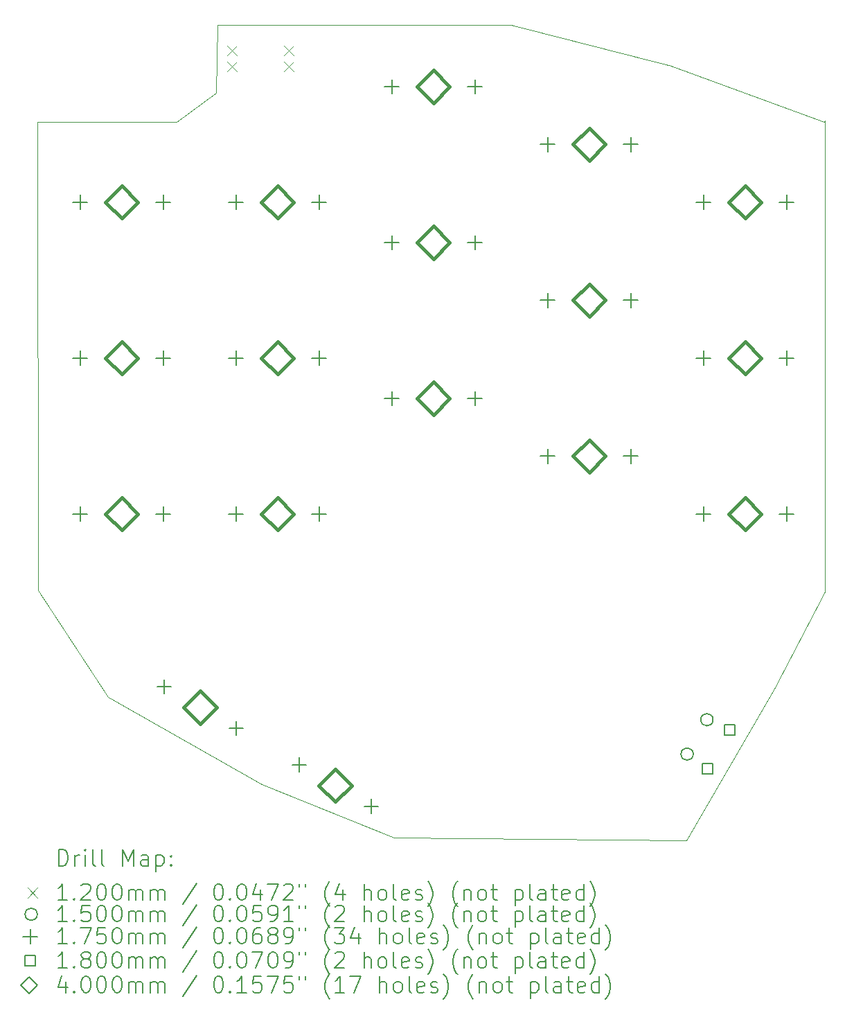
<source format=gbr>
%TF.GenerationSoftware,KiCad,Pcbnew,7.0.8-7.0.8~ubuntu22.04.1*%
%TF.CreationDate,2023-10-30T21:17:13+03:00*%
%TF.ProjectId,Keeb,4b656562-2e6b-4696-9361-645f70636258,rev?*%
%TF.SameCoordinates,Original*%
%TF.FileFunction,Drillmap*%
%TF.FilePolarity,Positive*%
%FSLAX45Y45*%
G04 Gerber Fmt 4.5, Leading zero omitted, Abs format (unit mm)*
G04 Created by KiCad (PCBNEW 7.0.8-7.0.8~ubuntu22.04.1) date 2023-10-30 21:17:13*
%MOMM*%
%LPD*%
G01*
G04 APERTURE LIST*
%ADD10C,0.050000*%
%ADD11C,0.200000*%
%ADD12C,0.120000*%
%ADD13C,0.150000*%
%ADD14C,0.175000*%
%ADD15C,0.180000*%
%ADD16C,0.400000*%
G04 APERTURE END LIST*
D10*
X17893000Y-3886000D02*
X17900000Y-3886000D01*
X19800000Y-4582000D01*
X19807000Y-4563000D01*
X19810000Y-8436000D01*
X19805000Y-10328000D01*
X19190000Y-11509294D01*
X18113000Y-13360000D01*
X14544000Y-13327000D01*
X12922000Y-12678000D01*
X11043000Y-11612000D01*
X10190000Y-10309294D01*
X10183000Y-4587294D01*
X11883000Y-4587294D01*
X12365000Y-4229294D01*
X12381000Y-3398000D01*
X14076000Y-3396294D01*
X15976000Y-3396294D01*
X17893000Y-3886000D01*
D11*
D12*
X12497500Y-3846794D02*
X12617500Y-3966794D01*
X12617500Y-3846794D02*
X12497500Y-3966794D01*
X12498000Y-3653000D02*
X12618000Y-3773000D01*
X12618000Y-3653000D02*
X12498000Y-3773000D01*
X13197500Y-3846794D02*
X13317500Y-3966794D01*
X13317500Y-3846794D02*
X13197500Y-3966794D01*
X13198000Y-3653000D02*
X13318000Y-3773000D01*
X13318000Y-3653000D02*
X13198000Y-3773000D01*
D13*
X18198805Y-12308511D02*
G75*
G03*
X18198805Y-12308511I-75000J0D01*
G01*
X18441305Y-11888489D02*
G75*
G03*
X18441305Y-11888489I-75000J0D01*
G01*
D14*
X10704500Y-5474294D02*
X10704500Y-5649294D01*
X10617000Y-5561794D02*
X10792000Y-5561794D01*
X10704500Y-7379294D02*
X10704500Y-7554294D01*
X10617000Y-7466794D02*
X10792000Y-7466794D01*
X10704500Y-9284294D02*
X10704500Y-9459294D01*
X10617000Y-9371794D02*
X10792000Y-9371794D01*
X11720500Y-5474294D02*
X11720500Y-5649294D01*
X11633000Y-5561794D02*
X11808000Y-5561794D01*
X11720500Y-7379294D02*
X11720500Y-7554294D01*
X11633000Y-7466794D02*
X11808000Y-7466794D01*
X11720500Y-9284294D02*
X11720500Y-9459294D01*
X11633000Y-9371794D02*
X11808000Y-9371794D01*
X11731516Y-11396751D02*
X11731516Y-11571751D01*
X11644016Y-11484251D02*
X11819016Y-11484251D01*
X12609500Y-5474294D02*
X12609500Y-5649294D01*
X12522000Y-5561794D02*
X12697000Y-5561794D01*
X12609500Y-7379294D02*
X12609500Y-7554294D01*
X12522000Y-7466794D02*
X12697000Y-7466794D01*
X12609500Y-9284294D02*
X12609500Y-9459294D01*
X12522000Y-9371794D02*
X12697000Y-9371794D01*
X12611398Y-11904751D02*
X12611398Y-12079751D01*
X12523898Y-11992251D02*
X12698898Y-11992251D01*
X13381295Y-12349251D02*
X13381295Y-12524251D01*
X13293795Y-12436751D02*
X13468795Y-12436751D01*
X13625500Y-5474294D02*
X13625500Y-5649294D01*
X13538000Y-5561794D02*
X13713000Y-5561794D01*
X13625500Y-7379294D02*
X13625500Y-7554294D01*
X13538000Y-7466794D02*
X13713000Y-7466794D01*
X13625500Y-9284294D02*
X13625500Y-9459294D01*
X13538000Y-9371794D02*
X13713000Y-9371794D01*
X14261177Y-12857251D02*
X14261177Y-13032251D01*
X14173677Y-12944751D02*
X14348677Y-12944751D01*
X14514500Y-4064294D02*
X14514500Y-4239294D01*
X14427000Y-4151794D02*
X14602000Y-4151794D01*
X14514500Y-5969294D02*
X14514500Y-6144294D01*
X14427000Y-6056794D02*
X14602000Y-6056794D01*
X14514500Y-7874294D02*
X14514500Y-8049294D01*
X14427000Y-7961794D02*
X14602000Y-7961794D01*
X15530500Y-4064294D02*
X15530500Y-4239294D01*
X15443000Y-4151794D02*
X15618000Y-4151794D01*
X15530500Y-5969294D02*
X15530500Y-6144294D01*
X15443000Y-6056794D02*
X15618000Y-6056794D01*
X15530500Y-7874294D02*
X15530500Y-8049294D01*
X15443000Y-7961794D02*
X15618000Y-7961794D01*
X16419500Y-4769294D02*
X16419500Y-4944294D01*
X16332000Y-4856794D02*
X16507000Y-4856794D01*
X16419500Y-6674294D02*
X16419500Y-6849294D01*
X16332000Y-6761794D02*
X16507000Y-6761794D01*
X16419500Y-8579294D02*
X16419500Y-8754294D01*
X16332000Y-8666794D02*
X16507000Y-8666794D01*
X17435500Y-4769294D02*
X17435500Y-4944294D01*
X17348000Y-4856794D02*
X17523000Y-4856794D01*
X17435500Y-6674294D02*
X17435500Y-6849294D01*
X17348000Y-6761794D02*
X17523000Y-6761794D01*
X17435500Y-8579294D02*
X17435500Y-8754294D01*
X17348000Y-8666794D02*
X17523000Y-8666794D01*
X18324500Y-5474294D02*
X18324500Y-5649294D01*
X18237000Y-5561794D02*
X18412000Y-5561794D01*
X18324500Y-7379294D02*
X18324500Y-7554294D01*
X18237000Y-7466794D02*
X18412000Y-7466794D01*
X18324500Y-9284294D02*
X18324500Y-9459294D01*
X18237000Y-9371794D02*
X18412000Y-9371794D01*
X19340500Y-5474294D02*
X19340500Y-5649294D01*
X19253000Y-5561794D02*
X19428000Y-5561794D01*
X19340500Y-7379294D02*
X19340500Y-7554294D01*
X19253000Y-7466794D02*
X19428000Y-7466794D01*
X19340500Y-9284294D02*
X19340500Y-9459294D01*
X19253000Y-9371794D02*
X19428000Y-9371794D01*
D15*
X18434851Y-12549632D02*
X18434851Y-12422352D01*
X18307571Y-12422352D01*
X18307571Y-12549632D01*
X18434851Y-12549632D01*
X18707351Y-12077648D02*
X18707351Y-11950368D01*
X18580071Y-11950368D01*
X18580071Y-12077648D01*
X18707351Y-12077648D01*
D16*
X11212500Y-5761794D02*
X11412500Y-5561794D01*
X11212500Y-5361794D01*
X11012500Y-5561794D01*
X11212500Y-5761794D01*
X11212500Y-7666794D02*
X11412500Y-7466794D01*
X11212500Y-7266794D01*
X11012500Y-7466794D01*
X11212500Y-7666794D01*
X11212500Y-9571794D02*
X11412500Y-9371794D01*
X11212500Y-9171794D01*
X11012500Y-9371794D01*
X11212500Y-9571794D01*
X12171457Y-11938251D02*
X12371457Y-11738251D01*
X12171457Y-11538251D01*
X11971457Y-11738251D01*
X12171457Y-11938251D01*
X13117500Y-5761794D02*
X13317500Y-5561794D01*
X13117500Y-5361794D01*
X12917500Y-5561794D01*
X13117500Y-5761794D01*
X13117500Y-7666794D02*
X13317500Y-7466794D01*
X13117500Y-7266794D01*
X12917500Y-7466794D01*
X13117500Y-7666794D01*
X13117500Y-9571794D02*
X13317500Y-9371794D01*
X13117500Y-9171794D01*
X12917500Y-9371794D01*
X13117500Y-9571794D01*
X13821236Y-12890751D02*
X14021236Y-12690751D01*
X13821236Y-12490751D01*
X13621236Y-12690751D01*
X13821236Y-12890751D01*
X15022500Y-4351794D02*
X15222500Y-4151794D01*
X15022500Y-3951794D01*
X14822500Y-4151794D01*
X15022500Y-4351794D01*
X15022500Y-6256794D02*
X15222500Y-6056794D01*
X15022500Y-5856794D01*
X14822500Y-6056794D01*
X15022500Y-6256794D01*
X15022500Y-8161794D02*
X15222500Y-7961794D01*
X15022500Y-7761794D01*
X14822500Y-7961794D01*
X15022500Y-8161794D01*
X16927500Y-5056794D02*
X17127500Y-4856794D01*
X16927500Y-4656794D01*
X16727500Y-4856794D01*
X16927500Y-5056794D01*
X16927500Y-6961794D02*
X17127500Y-6761794D01*
X16927500Y-6561794D01*
X16727500Y-6761794D01*
X16927500Y-6961794D01*
X16927500Y-8866794D02*
X17127500Y-8666794D01*
X16927500Y-8466794D01*
X16727500Y-8666794D01*
X16927500Y-8866794D01*
X18832500Y-5761794D02*
X19032500Y-5561794D01*
X18832500Y-5361794D01*
X18632500Y-5561794D01*
X18832500Y-5761794D01*
X18832500Y-7666794D02*
X19032500Y-7466794D01*
X18832500Y-7266794D01*
X18632500Y-7466794D01*
X18832500Y-7666794D01*
X18832500Y-9571794D02*
X19032500Y-9371794D01*
X18832500Y-9171794D01*
X18632500Y-9371794D01*
X18832500Y-9571794D01*
D11*
X10441277Y-13673984D02*
X10441277Y-13473984D01*
X10441277Y-13473984D02*
X10488896Y-13473984D01*
X10488896Y-13473984D02*
X10517467Y-13483508D01*
X10517467Y-13483508D02*
X10536515Y-13502555D01*
X10536515Y-13502555D02*
X10546039Y-13521603D01*
X10546039Y-13521603D02*
X10555563Y-13559698D01*
X10555563Y-13559698D02*
X10555563Y-13588269D01*
X10555563Y-13588269D02*
X10546039Y-13626365D01*
X10546039Y-13626365D02*
X10536515Y-13645412D01*
X10536515Y-13645412D02*
X10517467Y-13664460D01*
X10517467Y-13664460D02*
X10488896Y-13673984D01*
X10488896Y-13673984D02*
X10441277Y-13673984D01*
X10641277Y-13673984D02*
X10641277Y-13540650D01*
X10641277Y-13578746D02*
X10650801Y-13559698D01*
X10650801Y-13559698D02*
X10660324Y-13550174D01*
X10660324Y-13550174D02*
X10679372Y-13540650D01*
X10679372Y-13540650D02*
X10698420Y-13540650D01*
X10765086Y-13673984D02*
X10765086Y-13540650D01*
X10765086Y-13473984D02*
X10755563Y-13483508D01*
X10755563Y-13483508D02*
X10765086Y-13493031D01*
X10765086Y-13493031D02*
X10774610Y-13483508D01*
X10774610Y-13483508D02*
X10765086Y-13473984D01*
X10765086Y-13473984D02*
X10765086Y-13493031D01*
X10888896Y-13673984D02*
X10869848Y-13664460D01*
X10869848Y-13664460D02*
X10860324Y-13645412D01*
X10860324Y-13645412D02*
X10860324Y-13473984D01*
X10993658Y-13673984D02*
X10974610Y-13664460D01*
X10974610Y-13664460D02*
X10965086Y-13645412D01*
X10965086Y-13645412D02*
X10965086Y-13473984D01*
X11222229Y-13673984D02*
X11222229Y-13473984D01*
X11222229Y-13473984D02*
X11288896Y-13616841D01*
X11288896Y-13616841D02*
X11355562Y-13473984D01*
X11355562Y-13473984D02*
X11355562Y-13673984D01*
X11536515Y-13673984D02*
X11536515Y-13569222D01*
X11536515Y-13569222D02*
X11526991Y-13550174D01*
X11526991Y-13550174D02*
X11507943Y-13540650D01*
X11507943Y-13540650D02*
X11469848Y-13540650D01*
X11469848Y-13540650D02*
X11450801Y-13550174D01*
X11536515Y-13664460D02*
X11517467Y-13673984D01*
X11517467Y-13673984D02*
X11469848Y-13673984D01*
X11469848Y-13673984D02*
X11450801Y-13664460D01*
X11450801Y-13664460D02*
X11441277Y-13645412D01*
X11441277Y-13645412D02*
X11441277Y-13626365D01*
X11441277Y-13626365D02*
X11450801Y-13607317D01*
X11450801Y-13607317D02*
X11469848Y-13597793D01*
X11469848Y-13597793D02*
X11517467Y-13597793D01*
X11517467Y-13597793D02*
X11536515Y-13588269D01*
X11631753Y-13540650D02*
X11631753Y-13740650D01*
X11631753Y-13550174D02*
X11650801Y-13540650D01*
X11650801Y-13540650D02*
X11688896Y-13540650D01*
X11688896Y-13540650D02*
X11707943Y-13550174D01*
X11707943Y-13550174D02*
X11717467Y-13559698D01*
X11717467Y-13559698D02*
X11726991Y-13578746D01*
X11726991Y-13578746D02*
X11726991Y-13635888D01*
X11726991Y-13635888D02*
X11717467Y-13654936D01*
X11717467Y-13654936D02*
X11707943Y-13664460D01*
X11707943Y-13664460D02*
X11688896Y-13673984D01*
X11688896Y-13673984D02*
X11650801Y-13673984D01*
X11650801Y-13673984D02*
X11631753Y-13664460D01*
X11812705Y-13654936D02*
X11822229Y-13664460D01*
X11822229Y-13664460D02*
X11812705Y-13673984D01*
X11812705Y-13673984D02*
X11803182Y-13664460D01*
X11803182Y-13664460D02*
X11812705Y-13654936D01*
X11812705Y-13654936D02*
X11812705Y-13673984D01*
X11812705Y-13550174D02*
X11822229Y-13559698D01*
X11822229Y-13559698D02*
X11812705Y-13569222D01*
X11812705Y-13569222D02*
X11803182Y-13559698D01*
X11803182Y-13559698D02*
X11812705Y-13550174D01*
X11812705Y-13550174D02*
X11812705Y-13569222D01*
D12*
X10060500Y-13942500D02*
X10180500Y-14062500D01*
X10180500Y-13942500D02*
X10060500Y-14062500D01*
D11*
X10546039Y-14093984D02*
X10431753Y-14093984D01*
X10488896Y-14093984D02*
X10488896Y-13893984D01*
X10488896Y-13893984D02*
X10469848Y-13922555D01*
X10469848Y-13922555D02*
X10450801Y-13941603D01*
X10450801Y-13941603D02*
X10431753Y-13951127D01*
X10631753Y-14074936D02*
X10641277Y-14084460D01*
X10641277Y-14084460D02*
X10631753Y-14093984D01*
X10631753Y-14093984D02*
X10622229Y-14084460D01*
X10622229Y-14084460D02*
X10631753Y-14074936D01*
X10631753Y-14074936D02*
X10631753Y-14093984D01*
X10717467Y-13913031D02*
X10726991Y-13903508D01*
X10726991Y-13903508D02*
X10746039Y-13893984D01*
X10746039Y-13893984D02*
X10793658Y-13893984D01*
X10793658Y-13893984D02*
X10812705Y-13903508D01*
X10812705Y-13903508D02*
X10822229Y-13913031D01*
X10822229Y-13913031D02*
X10831753Y-13932079D01*
X10831753Y-13932079D02*
X10831753Y-13951127D01*
X10831753Y-13951127D02*
X10822229Y-13979698D01*
X10822229Y-13979698D02*
X10707944Y-14093984D01*
X10707944Y-14093984D02*
X10831753Y-14093984D01*
X10955563Y-13893984D02*
X10974610Y-13893984D01*
X10974610Y-13893984D02*
X10993658Y-13903508D01*
X10993658Y-13903508D02*
X11003182Y-13913031D01*
X11003182Y-13913031D02*
X11012705Y-13932079D01*
X11012705Y-13932079D02*
X11022229Y-13970174D01*
X11022229Y-13970174D02*
X11022229Y-14017793D01*
X11022229Y-14017793D02*
X11012705Y-14055888D01*
X11012705Y-14055888D02*
X11003182Y-14074936D01*
X11003182Y-14074936D02*
X10993658Y-14084460D01*
X10993658Y-14084460D02*
X10974610Y-14093984D01*
X10974610Y-14093984D02*
X10955563Y-14093984D01*
X10955563Y-14093984D02*
X10936515Y-14084460D01*
X10936515Y-14084460D02*
X10926991Y-14074936D01*
X10926991Y-14074936D02*
X10917467Y-14055888D01*
X10917467Y-14055888D02*
X10907944Y-14017793D01*
X10907944Y-14017793D02*
X10907944Y-13970174D01*
X10907944Y-13970174D02*
X10917467Y-13932079D01*
X10917467Y-13932079D02*
X10926991Y-13913031D01*
X10926991Y-13913031D02*
X10936515Y-13903508D01*
X10936515Y-13903508D02*
X10955563Y-13893984D01*
X11146039Y-13893984D02*
X11165086Y-13893984D01*
X11165086Y-13893984D02*
X11184134Y-13903508D01*
X11184134Y-13903508D02*
X11193658Y-13913031D01*
X11193658Y-13913031D02*
X11203182Y-13932079D01*
X11203182Y-13932079D02*
X11212705Y-13970174D01*
X11212705Y-13970174D02*
X11212705Y-14017793D01*
X11212705Y-14017793D02*
X11203182Y-14055888D01*
X11203182Y-14055888D02*
X11193658Y-14074936D01*
X11193658Y-14074936D02*
X11184134Y-14084460D01*
X11184134Y-14084460D02*
X11165086Y-14093984D01*
X11165086Y-14093984D02*
X11146039Y-14093984D01*
X11146039Y-14093984D02*
X11126991Y-14084460D01*
X11126991Y-14084460D02*
X11117467Y-14074936D01*
X11117467Y-14074936D02*
X11107944Y-14055888D01*
X11107944Y-14055888D02*
X11098420Y-14017793D01*
X11098420Y-14017793D02*
X11098420Y-13970174D01*
X11098420Y-13970174D02*
X11107944Y-13932079D01*
X11107944Y-13932079D02*
X11117467Y-13913031D01*
X11117467Y-13913031D02*
X11126991Y-13903508D01*
X11126991Y-13903508D02*
X11146039Y-13893984D01*
X11298420Y-14093984D02*
X11298420Y-13960650D01*
X11298420Y-13979698D02*
X11307943Y-13970174D01*
X11307943Y-13970174D02*
X11326991Y-13960650D01*
X11326991Y-13960650D02*
X11355563Y-13960650D01*
X11355563Y-13960650D02*
X11374610Y-13970174D01*
X11374610Y-13970174D02*
X11384134Y-13989222D01*
X11384134Y-13989222D02*
X11384134Y-14093984D01*
X11384134Y-13989222D02*
X11393658Y-13970174D01*
X11393658Y-13970174D02*
X11412705Y-13960650D01*
X11412705Y-13960650D02*
X11441277Y-13960650D01*
X11441277Y-13960650D02*
X11460324Y-13970174D01*
X11460324Y-13970174D02*
X11469848Y-13989222D01*
X11469848Y-13989222D02*
X11469848Y-14093984D01*
X11565086Y-14093984D02*
X11565086Y-13960650D01*
X11565086Y-13979698D02*
X11574610Y-13970174D01*
X11574610Y-13970174D02*
X11593658Y-13960650D01*
X11593658Y-13960650D02*
X11622229Y-13960650D01*
X11622229Y-13960650D02*
X11641277Y-13970174D01*
X11641277Y-13970174D02*
X11650801Y-13989222D01*
X11650801Y-13989222D02*
X11650801Y-14093984D01*
X11650801Y-13989222D02*
X11660324Y-13970174D01*
X11660324Y-13970174D02*
X11679372Y-13960650D01*
X11679372Y-13960650D02*
X11707943Y-13960650D01*
X11707943Y-13960650D02*
X11726991Y-13970174D01*
X11726991Y-13970174D02*
X11736515Y-13989222D01*
X11736515Y-13989222D02*
X11736515Y-14093984D01*
X12126991Y-13884460D02*
X11955563Y-14141603D01*
X12384134Y-13893984D02*
X12403182Y-13893984D01*
X12403182Y-13893984D02*
X12422229Y-13903508D01*
X12422229Y-13903508D02*
X12431753Y-13913031D01*
X12431753Y-13913031D02*
X12441277Y-13932079D01*
X12441277Y-13932079D02*
X12450801Y-13970174D01*
X12450801Y-13970174D02*
X12450801Y-14017793D01*
X12450801Y-14017793D02*
X12441277Y-14055888D01*
X12441277Y-14055888D02*
X12431753Y-14074936D01*
X12431753Y-14074936D02*
X12422229Y-14084460D01*
X12422229Y-14084460D02*
X12403182Y-14093984D01*
X12403182Y-14093984D02*
X12384134Y-14093984D01*
X12384134Y-14093984D02*
X12365086Y-14084460D01*
X12365086Y-14084460D02*
X12355563Y-14074936D01*
X12355563Y-14074936D02*
X12346039Y-14055888D01*
X12346039Y-14055888D02*
X12336515Y-14017793D01*
X12336515Y-14017793D02*
X12336515Y-13970174D01*
X12336515Y-13970174D02*
X12346039Y-13932079D01*
X12346039Y-13932079D02*
X12355563Y-13913031D01*
X12355563Y-13913031D02*
X12365086Y-13903508D01*
X12365086Y-13903508D02*
X12384134Y-13893984D01*
X12536515Y-14074936D02*
X12546039Y-14084460D01*
X12546039Y-14084460D02*
X12536515Y-14093984D01*
X12536515Y-14093984D02*
X12526991Y-14084460D01*
X12526991Y-14084460D02*
X12536515Y-14074936D01*
X12536515Y-14074936D02*
X12536515Y-14093984D01*
X12669848Y-13893984D02*
X12688896Y-13893984D01*
X12688896Y-13893984D02*
X12707944Y-13903508D01*
X12707944Y-13903508D02*
X12717467Y-13913031D01*
X12717467Y-13913031D02*
X12726991Y-13932079D01*
X12726991Y-13932079D02*
X12736515Y-13970174D01*
X12736515Y-13970174D02*
X12736515Y-14017793D01*
X12736515Y-14017793D02*
X12726991Y-14055888D01*
X12726991Y-14055888D02*
X12717467Y-14074936D01*
X12717467Y-14074936D02*
X12707944Y-14084460D01*
X12707944Y-14084460D02*
X12688896Y-14093984D01*
X12688896Y-14093984D02*
X12669848Y-14093984D01*
X12669848Y-14093984D02*
X12650801Y-14084460D01*
X12650801Y-14084460D02*
X12641277Y-14074936D01*
X12641277Y-14074936D02*
X12631753Y-14055888D01*
X12631753Y-14055888D02*
X12622229Y-14017793D01*
X12622229Y-14017793D02*
X12622229Y-13970174D01*
X12622229Y-13970174D02*
X12631753Y-13932079D01*
X12631753Y-13932079D02*
X12641277Y-13913031D01*
X12641277Y-13913031D02*
X12650801Y-13903508D01*
X12650801Y-13903508D02*
X12669848Y-13893984D01*
X12907944Y-13960650D02*
X12907944Y-14093984D01*
X12860325Y-13884460D02*
X12812706Y-14027317D01*
X12812706Y-14027317D02*
X12936515Y-14027317D01*
X12993658Y-13893984D02*
X13126991Y-13893984D01*
X13126991Y-13893984D02*
X13041277Y-14093984D01*
X13193658Y-13913031D02*
X13203182Y-13903508D01*
X13203182Y-13903508D02*
X13222229Y-13893984D01*
X13222229Y-13893984D02*
X13269848Y-13893984D01*
X13269848Y-13893984D02*
X13288896Y-13903508D01*
X13288896Y-13903508D02*
X13298420Y-13913031D01*
X13298420Y-13913031D02*
X13307944Y-13932079D01*
X13307944Y-13932079D02*
X13307944Y-13951127D01*
X13307944Y-13951127D02*
X13298420Y-13979698D01*
X13298420Y-13979698D02*
X13184134Y-14093984D01*
X13184134Y-14093984D02*
X13307944Y-14093984D01*
X13384134Y-13893984D02*
X13384134Y-13932079D01*
X13460325Y-13893984D02*
X13460325Y-13932079D01*
X13755563Y-14170174D02*
X13746039Y-14160650D01*
X13746039Y-14160650D02*
X13726991Y-14132079D01*
X13726991Y-14132079D02*
X13717468Y-14113031D01*
X13717468Y-14113031D02*
X13707944Y-14084460D01*
X13707944Y-14084460D02*
X13698420Y-14036841D01*
X13698420Y-14036841D02*
X13698420Y-13998746D01*
X13698420Y-13998746D02*
X13707944Y-13951127D01*
X13707944Y-13951127D02*
X13717468Y-13922555D01*
X13717468Y-13922555D02*
X13726991Y-13903508D01*
X13726991Y-13903508D02*
X13746039Y-13874936D01*
X13746039Y-13874936D02*
X13755563Y-13865412D01*
X13917468Y-13960650D02*
X13917468Y-14093984D01*
X13869848Y-13884460D02*
X13822229Y-14027317D01*
X13822229Y-14027317D02*
X13946039Y-14027317D01*
X14174610Y-14093984D02*
X14174610Y-13893984D01*
X14260325Y-14093984D02*
X14260325Y-13989222D01*
X14260325Y-13989222D02*
X14250801Y-13970174D01*
X14250801Y-13970174D02*
X14231753Y-13960650D01*
X14231753Y-13960650D02*
X14203182Y-13960650D01*
X14203182Y-13960650D02*
X14184134Y-13970174D01*
X14184134Y-13970174D02*
X14174610Y-13979698D01*
X14384134Y-14093984D02*
X14365087Y-14084460D01*
X14365087Y-14084460D02*
X14355563Y-14074936D01*
X14355563Y-14074936D02*
X14346039Y-14055888D01*
X14346039Y-14055888D02*
X14346039Y-13998746D01*
X14346039Y-13998746D02*
X14355563Y-13979698D01*
X14355563Y-13979698D02*
X14365087Y-13970174D01*
X14365087Y-13970174D02*
X14384134Y-13960650D01*
X14384134Y-13960650D02*
X14412706Y-13960650D01*
X14412706Y-13960650D02*
X14431753Y-13970174D01*
X14431753Y-13970174D02*
X14441277Y-13979698D01*
X14441277Y-13979698D02*
X14450801Y-13998746D01*
X14450801Y-13998746D02*
X14450801Y-14055888D01*
X14450801Y-14055888D02*
X14441277Y-14074936D01*
X14441277Y-14074936D02*
X14431753Y-14084460D01*
X14431753Y-14084460D02*
X14412706Y-14093984D01*
X14412706Y-14093984D02*
X14384134Y-14093984D01*
X14565087Y-14093984D02*
X14546039Y-14084460D01*
X14546039Y-14084460D02*
X14536515Y-14065412D01*
X14536515Y-14065412D02*
X14536515Y-13893984D01*
X14717468Y-14084460D02*
X14698420Y-14093984D01*
X14698420Y-14093984D02*
X14660325Y-14093984D01*
X14660325Y-14093984D02*
X14641277Y-14084460D01*
X14641277Y-14084460D02*
X14631753Y-14065412D01*
X14631753Y-14065412D02*
X14631753Y-13989222D01*
X14631753Y-13989222D02*
X14641277Y-13970174D01*
X14641277Y-13970174D02*
X14660325Y-13960650D01*
X14660325Y-13960650D02*
X14698420Y-13960650D01*
X14698420Y-13960650D02*
X14717468Y-13970174D01*
X14717468Y-13970174D02*
X14726991Y-13989222D01*
X14726991Y-13989222D02*
X14726991Y-14008269D01*
X14726991Y-14008269D02*
X14631753Y-14027317D01*
X14803182Y-14084460D02*
X14822230Y-14093984D01*
X14822230Y-14093984D02*
X14860325Y-14093984D01*
X14860325Y-14093984D02*
X14879372Y-14084460D01*
X14879372Y-14084460D02*
X14888896Y-14065412D01*
X14888896Y-14065412D02*
X14888896Y-14055888D01*
X14888896Y-14055888D02*
X14879372Y-14036841D01*
X14879372Y-14036841D02*
X14860325Y-14027317D01*
X14860325Y-14027317D02*
X14831753Y-14027317D01*
X14831753Y-14027317D02*
X14812706Y-14017793D01*
X14812706Y-14017793D02*
X14803182Y-13998746D01*
X14803182Y-13998746D02*
X14803182Y-13989222D01*
X14803182Y-13989222D02*
X14812706Y-13970174D01*
X14812706Y-13970174D02*
X14831753Y-13960650D01*
X14831753Y-13960650D02*
X14860325Y-13960650D01*
X14860325Y-13960650D02*
X14879372Y-13970174D01*
X14955563Y-14170174D02*
X14965087Y-14160650D01*
X14965087Y-14160650D02*
X14984134Y-14132079D01*
X14984134Y-14132079D02*
X14993658Y-14113031D01*
X14993658Y-14113031D02*
X15003182Y-14084460D01*
X15003182Y-14084460D02*
X15012706Y-14036841D01*
X15012706Y-14036841D02*
X15012706Y-13998746D01*
X15012706Y-13998746D02*
X15003182Y-13951127D01*
X15003182Y-13951127D02*
X14993658Y-13922555D01*
X14993658Y-13922555D02*
X14984134Y-13903508D01*
X14984134Y-13903508D02*
X14965087Y-13874936D01*
X14965087Y-13874936D02*
X14955563Y-13865412D01*
X15317468Y-14170174D02*
X15307944Y-14160650D01*
X15307944Y-14160650D02*
X15288896Y-14132079D01*
X15288896Y-14132079D02*
X15279372Y-14113031D01*
X15279372Y-14113031D02*
X15269849Y-14084460D01*
X15269849Y-14084460D02*
X15260325Y-14036841D01*
X15260325Y-14036841D02*
X15260325Y-13998746D01*
X15260325Y-13998746D02*
X15269849Y-13951127D01*
X15269849Y-13951127D02*
X15279372Y-13922555D01*
X15279372Y-13922555D02*
X15288896Y-13903508D01*
X15288896Y-13903508D02*
X15307944Y-13874936D01*
X15307944Y-13874936D02*
X15317468Y-13865412D01*
X15393658Y-13960650D02*
X15393658Y-14093984D01*
X15393658Y-13979698D02*
X15403182Y-13970174D01*
X15403182Y-13970174D02*
X15422230Y-13960650D01*
X15422230Y-13960650D02*
X15450801Y-13960650D01*
X15450801Y-13960650D02*
X15469849Y-13970174D01*
X15469849Y-13970174D02*
X15479372Y-13989222D01*
X15479372Y-13989222D02*
X15479372Y-14093984D01*
X15603182Y-14093984D02*
X15584134Y-14084460D01*
X15584134Y-14084460D02*
X15574611Y-14074936D01*
X15574611Y-14074936D02*
X15565087Y-14055888D01*
X15565087Y-14055888D02*
X15565087Y-13998746D01*
X15565087Y-13998746D02*
X15574611Y-13979698D01*
X15574611Y-13979698D02*
X15584134Y-13970174D01*
X15584134Y-13970174D02*
X15603182Y-13960650D01*
X15603182Y-13960650D02*
X15631753Y-13960650D01*
X15631753Y-13960650D02*
X15650801Y-13970174D01*
X15650801Y-13970174D02*
X15660325Y-13979698D01*
X15660325Y-13979698D02*
X15669849Y-13998746D01*
X15669849Y-13998746D02*
X15669849Y-14055888D01*
X15669849Y-14055888D02*
X15660325Y-14074936D01*
X15660325Y-14074936D02*
X15650801Y-14084460D01*
X15650801Y-14084460D02*
X15631753Y-14093984D01*
X15631753Y-14093984D02*
X15603182Y-14093984D01*
X15726992Y-13960650D02*
X15803182Y-13960650D01*
X15755563Y-13893984D02*
X15755563Y-14065412D01*
X15755563Y-14065412D02*
X15765087Y-14084460D01*
X15765087Y-14084460D02*
X15784134Y-14093984D01*
X15784134Y-14093984D02*
X15803182Y-14093984D01*
X16022230Y-13960650D02*
X16022230Y-14160650D01*
X16022230Y-13970174D02*
X16041277Y-13960650D01*
X16041277Y-13960650D02*
X16079373Y-13960650D01*
X16079373Y-13960650D02*
X16098420Y-13970174D01*
X16098420Y-13970174D02*
X16107944Y-13979698D01*
X16107944Y-13979698D02*
X16117468Y-13998746D01*
X16117468Y-13998746D02*
X16117468Y-14055888D01*
X16117468Y-14055888D02*
X16107944Y-14074936D01*
X16107944Y-14074936D02*
X16098420Y-14084460D01*
X16098420Y-14084460D02*
X16079373Y-14093984D01*
X16079373Y-14093984D02*
X16041277Y-14093984D01*
X16041277Y-14093984D02*
X16022230Y-14084460D01*
X16231753Y-14093984D02*
X16212706Y-14084460D01*
X16212706Y-14084460D02*
X16203182Y-14065412D01*
X16203182Y-14065412D02*
X16203182Y-13893984D01*
X16393658Y-14093984D02*
X16393658Y-13989222D01*
X16393658Y-13989222D02*
X16384134Y-13970174D01*
X16384134Y-13970174D02*
X16365087Y-13960650D01*
X16365087Y-13960650D02*
X16326992Y-13960650D01*
X16326992Y-13960650D02*
X16307944Y-13970174D01*
X16393658Y-14084460D02*
X16374611Y-14093984D01*
X16374611Y-14093984D02*
X16326992Y-14093984D01*
X16326992Y-14093984D02*
X16307944Y-14084460D01*
X16307944Y-14084460D02*
X16298420Y-14065412D01*
X16298420Y-14065412D02*
X16298420Y-14046365D01*
X16298420Y-14046365D02*
X16307944Y-14027317D01*
X16307944Y-14027317D02*
X16326992Y-14017793D01*
X16326992Y-14017793D02*
X16374611Y-14017793D01*
X16374611Y-14017793D02*
X16393658Y-14008269D01*
X16460325Y-13960650D02*
X16536515Y-13960650D01*
X16488896Y-13893984D02*
X16488896Y-14065412D01*
X16488896Y-14065412D02*
X16498420Y-14084460D01*
X16498420Y-14084460D02*
X16517468Y-14093984D01*
X16517468Y-14093984D02*
X16536515Y-14093984D01*
X16679373Y-14084460D02*
X16660325Y-14093984D01*
X16660325Y-14093984D02*
X16622230Y-14093984D01*
X16622230Y-14093984D02*
X16603182Y-14084460D01*
X16603182Y-14084460D02*
X16593658Y-14065412D01*
X16593658Y-14065412D02*
X16593658Y-13989222D01*
X16593658Y-13989222D02*
X16603182Y-13970174D01*
X16603182Y-13970174D02*
X16622230Y-13960650D01*
X16622230Y-13960650D02*
X16660325Y-13960650D01*
X16660325Y-13960650D02*
X16679373Y-13970174D01*
X16679373Y-13970174D02*
X16688896Y-13989222D01*
X16688896Y-13989222D02*
X16688896Y-14008269D01*
X16688896Y-14008269D02*
X16593658Y-14027317D01*
X16860325Y-14093984D02*
X16860325Y-13893984D01*
X16860325Y-14084460D02*
X16841277Y-14093984D01*
X16841277Y-14093984D02*
X16803182Y-14093984D01*
X16803182Y-14093984D02*
X16784135Y-14084460D01*
X16784135Y-14084460D02*
X16774611Y-14074936D01*
X16774611Y-14074936D02*
X16765087Y-14055888D01*
X16765087Y-14055888D02*
X16765087Y-13998746D01*
X16765087Y-13998746D02*
X16774611Y-13979698D01*
X16774611Y-13979698D02*
X16784135Y-13970174D01*
X16784135Y-13970174D02*
X16803182Y-13960650D01*
X16803182Y-13960650D02*
X16841277Y-13960650D01*
X16841277Y-13960650D02*
X16860325Y-13970174D01*
X16936516Y-14170174D02*
X16946039Y-14160650D01*
X16946039Y-14160650D02*
X16965087Y-14132079D01*
X16965087Y-14132079D02*
X16974611Y-14113031D01*
X16974611Y-14113031D02*
X16984135Y-14084460D01*
X16984135Y-14084460D02*
X16993658Y-14036841D01*
X16993658Y-14036841D02*
X16993658Y-13998746D01*
X16993658Y-13998746D02*
X16984135Y-13951127D01*
X16984135Y-13951127D02*
X16974611Y-13922555D01*
X16974611Y-13922555D02*
X16965087Y-13903508D01*
X16965087Y-13903508D02*
X16946039Y-13874936D01*
X16946039Y-13874936D02*
X16936516Y-13865412D01*
D13*
X10180500Y-14266500D02*
G75*
G03*
X10180500Y-14266500I-75000J0D01*
G01*
D11*
X10546039Y-14357984D02*
X10431753Y-14357984D01*
X10488896Y-14357984D02*
X10488896Y-14157984D01*
X10488896Y-14157984D02*
X10469848Y-14186555D01*
X10469848Y-14186555D02*
X10450801Y-14205603D01*
X10450801Y-14205603D02*
X10431753Y-14215127D01*
X10631753Y-14338936D02*
X10641277Y-14348460D01*
X10641277Y-14348460D02*
X10631753Y-14357984D01*
X10631753Y-14357984D02*
X10622229Y-14348460D01*
X10622229Y-14348460D02*
X10631753Y-14338936D01*
X10631753Y-14338936D02*
X10631753Y-14357984D01*
X10822229Y-14157984D02*
X10726991Y-14157984D01*
X10726991Y-14157984D02*
X10717467Y-14253222D01*
X10717467Y-14253222D02*
X10726991Y-14243698D01*
X10726991Y-14243698D02*
X10746039Y-14234174D01*
X10746039Y-14234174D02*
X10793658Y-14234174D01*
X10793658Y-14234174D02*
X10812705Y-14243698D01*
X10812705Y-14243698D02*
X10822229Y-14253222D01*
X10822229Y-14253222D02*
X10831753Y-14272269D01*
X10831753Y-14272269D02*
X10831753Y-14319888D01*
X10831753Y-14319888D02*
X10822229Y-14338936D01*
X10822229Y-14338936D02*
X10812705Y-14348460D01*
X10812705Y-14348460D02*
X10793658Y-14357984D01*
X10793658Y-14357984D02*
X10746039Y-14357984D01*
X10746039Y-14357984D02*
X10726991Y-14348460D01*
X10726991Y-14348460D02*
X10717467Y-14338936D01*
X10955563Y-14157984D02*
X10974610Y-14157984D01*
X10974610Y-14157984D02*
X10993658Y-14167508D01*
X10993658Y-14167508D02*
X11003182Y-14177031D01*
X11003182Y-14177031D02*
X11012705Y-14196079D01*
X11012705Y-14196079D02*
X11022229Y-14234174D01*
X11022229Y-14234174D02*
X11022229Y-14281793D01*
X11022229Y-14281793D02*
X11012705Y-14319888D01*
X11012705Y-14319888D02*
X11003182Y-14338936D01*
X11003182Y-14338936D02*
X10993658Y-14348460D01*
X10993658Y-14348460D02*
X10974610Y-14357984D01*
X10974610Y-14357984D02*
X10955563Y-14357984D01*
X10955563Y-14357984D02*
X10936515Y-14348460D01*
X10936515Y-14348460D02*
X10926991Y-14338936D01*
X10926991Y-14338936D02*
X10917467Y-14319888D01*
X10917467Y-14319888D02*
X10907944Y-14281793D01*
X10907944Y-14281793D02*
X10907944Y-14234174D01*
X10907944Y-14234174D02*
X10917467Y-14196079D01*
X10917467Y-14196079D02*
X10926991Y-14177031D01*
X10926991Y-14177031D02*
X10936515Y-14167508D01*
X10936515Y-14167508D02*
X10955563Y-14157984D01*
X11146039Y-14157984D02*
X11165086Y-14157984D01*
X11165086Y-14157984D02*
X11184134Y-14167508D01*
X11184134Y-14167508D02*
X11193658Y-14177031D01*
X11193658Y-14177031D02*
X11203182Y-14196079D01*
X11203182Y-14196079D02*
X11212705Y-14234174D01*
X11212705Y-14234174D02*
X11212705Y-14281793D01*
X11212705Y-14281793D02*
X11203182Y-14319888D01*
X11203182Y-14319888D02*
X11193658Y-14338936D01*
X11193658Y-14338936D02*
X11184134Y-14348460D01*
X11184134Y-14348460D02*
X11165086Y-14357984D01*
X11165086Y-14357984D02*
X11146039Y-14357984D01*
X11146039Y-14357984D02*
X11126991Y-14348460D01*
X11126991Y-14348460D02*
X11117467Y-14338936D01*
X11117467Y-14338936D02*
X11107944Y-14319888D01*
X11107944Y-14319888D02*
X11098420Y-14281793D01*
X11098420Y-14281793D02*
X11098420Y-14234174D01*
X11098420Y-14234174D02*
X11107944Y-14196079D01*
X11107944Y-14196079D02*
X11117467Y-14177031D01*
X11117467Y-14177031D02*
X11126991Y-14167508D01*
X11126991Y-14167508D02*
X11146039Y-14157984D01*
X11298420Y-14357984D02*
X11298420Y-14224650D01*
X11298420Y-14243698D02*
X11307943Y-14234174D01*
X11307943Y-14234174D02*
X11326991Y-14224650D01*
X11326991Y-14224650D02*
X11355563Y-14224650D01*
X11355563Y-14224650D02*
X11374610Y-14234174D01*
X11374610Y-14234174D02*
X11384134Y-14253222D01*
X11384134Y-14253222D02*
X11384134Y-14357984D01*
X11384134Y-14253222D02*
X11393658Y-14234174D01*
X11393658Y-14234174D02*
X11412705Y-14224650D01*
X11412705Y-14224650D02*
X11441277Y-14224650D01*
X11441277Y-14224650D02*
X11460324Y-14234174D01*
X11460324Y-14234174D02*
X11469848Y-14253222D01*
X11469848Y-14253222D02*
X11469848Y-14357984D01*
X11565086Y-14357984D02*
X11565086Y-14224650D01*
X11565086Y-14243698D02*
X11574610Y-14234174D01*
X11574610Y-14234174D02*
X11593658Y-14224650D01*
X11593658Y-14224650D02*
X11622229Y-14224650D01*
X11622229Y-14224650D02*
X11641277Y-14234174D01*
X11641277Y-14234174D02*
X11650801Y-14253222D01*
X11650801Y-14253222D02*
X11650801Y-14357984D01*
X11650801Y-14253222D02*
X11660324Y-14234174D01*
X11660324Y-14234174D02*
X11679372Y-14224650D01*
X11679372Y-14224650D02*
X11707943Y-14224650D01*
X11707943Y-14224650D02*
X11726991Y-14234174D01*
X11726991Y-14234174D02*
X11736515Y-14253222D01*
X11736515Y-14253222D02*
X11736515Y-14357984D01*
X12126991Y-14148460D02*
X11955563Y-14405603D01*
X12384134Y-14157984D02*
X12403182Y-14157984D01*
X12403182Y-14157984D02*
X12422229Y-14167508D01*
X12422229Y-14167508D02*
X12431753Y-14177031D01*
X12431753Y-14177031D02*
X12441277Y-14196079D01*
X12441277Y-14196079D02*
X12450801Y-14234174D01*
X12450801Y-14234174D02*
X12450801Y-14281793D01*
X12450801Y-14281793D02*
X12441277Y-14319888D01*
X12441277Y-14319888D02*
X12431753Y-14338936D01*
X12431753Y-14338936D02*
X12422229Y-14348460D01*
X12422229Y-14348460D02*
X12403182Y-14357984D01*
X12403182Y-14357984D02*
X12384134Y-14357984D01*
X12384134Y-14357984D02*
X12365086Y-14348460D01*
X12365086Y-14348460D02*
X12355563Y-14338936D01*
X12355563Y-14338936D02*
X12346039Y-14319888D01*
X12346039Y-14319888D02*
X12336515Y-14281793D01*
X12336515Y-14281793D02*
X12336515Y-14234174D01*
X12336515Y-14234174D02*
X12346039Y-14196079D01*
X12346039Y-14196079D02*
X12355563Y-14177031D01*
X12355563Y-14177031D02*
X12365086Y-14167508D01*
X12365086Y-14167508D02*
X12384134Y-14157984D01*
X12536515Y-14338936D02*
X12546039Y-14348460D01*
X12546039Y-14348460D02*
X12536515Y-14357984D01*
X12536515Y-14357984D02*
X12526991Y-14348460D01*
X12526991Y-14348460D02*
X12536515Y-14338936D01*
X12536515Y-14338936D02*
X12536515Y-14357984D01*
X12669848Y-14157984D02*
X12688896Y-14157984D01*
X12688896Y-14157984D02*
X12707944Y-14167508D01*
X12707944Y-14167508D02*
X12717467Y-14177031D01*
X12717467Y-14177031D02*
X12726991Y-14196079D01*
X12726991Y-14196079D02*
X12736515Y-14234174D01*
X12736515Y-14234174D02*
X12736515Y-14281793D01*
X12736515Y-14281793D02*
X12726991Y-14319888D01*
X12726991Y-14319888D02*
X12717467Y-14338936D01*
X12717467Y-14338936D02*
X12707944Y-14348460D01*
X12707944Y-14348460D02*
X12688896Y-14357984D01*
X12688896Y-14357984D02*
X12669848Y-14357984D01*
X12669848Y-14357984D02*
X12650801Y-14348460D01*
X12650801Y-14348460D02*
X12641277Y-14338936D01*
X12641277Y-14338936D02*
X12631753Y-14319888D01*
X12631753Y-14319888D02*
X12622229Y-14281793D01*
X12622229Y-14281793D02*
X12622229Y-14234174D01*
X12622229Y-14234174D02*
X12631753Y-14196079D01*
X12631753Y-14196079D02*
X12641277Y-14177031D01*
X12641277Y-14177031D02*
X12650801Y-14167508D01*
X12650801Y-14167508D02*
X12669848Y-14157984D01*
X12917467Y-14157984D02*
X12822229Y-14157984D01*
X12822229Y-14157984D02*
X12812706Y-14253222D01*
X12812706Y-14253222D02*
X12822229Y-14243698D01*
X12822229Y-14243698D02*
X12841277Y-14234174D01*
X12841277Y-14234174D02*
X12888896Y-14234174D01*
X12888896Y-14234174D02*
X12907944Y-14243698D01*
X12907944Y-14243698D02*
X12917467Y-14253222D01*
X12917467Y-14253222D02*
X12926991Y-14272269D01*
X12926991Y-14272269D02*
X12926991Y-14319888D01*
X12926991Y-14319888D02*
X12917467Y-14338936D01*
X12917467Y-14338936D02*
X12907944Y-14348460D01*
X12907944Y-14348460D02*
X12888896Y-14357984D01*
X12888896Y-14357984D02*
X12841277Y-14357984D01*
X12841277Y-14357984D02*
X12822229Y-14348460D01*
X12822229Y-14348460D02*
X12812706Y-14338936D01*
X13022229Y-14357984D02*
X13060325Y-14357984D01*
X13060325Y-14357984D02*
X13079372Y-14348460D01*
X13079372Y-14348460D02*
X13088896Y-14338936D01*
X13088896Y-14338936D02*
X13107944Y-14310365D01*
X13107944Y-14310365D02*
X13117467Y-14272269D01*
X13117467Y-14272269D02*
X13117467Y-14196079D01*
X13117467Y-14196079D02*
X13107944Y-14177031D01*
X13107944Y-14177031D02*
X13098420Y-14167508D01*
X13098420Y-14167508D02*
X13079372Y-14157984D01*
X13079372Y-14157984D02*
X13041277Y-14157984D01*
X13041277Y-14157984D02*
X13022229Y-14167508D01*
X13022229Y-14167508D02*
X13012706Y-14177031D01*
X13012706Y-14177031D02*
X13003182Y-14196079D01*
X13003182Y-14196079D02*
X13003182Y-14243698D01*
X13003182Y-14243698D02*
X13012706Y-14262746D01*
X13012706Y-14262746D02*
X13022229Y-14272269D01*
X13022229Y-14272269D02*
X13041277Y-14281793D01*
X13041277Y-14281793D02*
X13079372Y-14281793D01*
X13079372Y-14281793D02*
X13098420Y-14272269D01*
X13098420Y-14272269D02*
X13107944Y-14262746D01*
X13107944Y-14262746D02*
X13117467Y-14243698D01*
X13307944Y-14357984D02*
X13193658Y-14357984D01*
X13250801Y-14357984D02*
X13250801Y-14157984D01*
X13250801Y-14157984D02*
X13231753Y-14186555D01*
X13231753Y-14186555D02*
X13212706Y-14205603D01*
X13212706Y-14205603D02*
X13193658Y-14215127D01*
X13384134Y-14157984D02*
X13384134Y-14196079D01*
X13460325Y-14157984D02*
X13460325Y-14196079D01*
X13755563Y-14434174D02*
X13746039Y-14424650D01*
X13746039Y-14424650D02*
X13726991Y-14396079D01*
X13726991Y-14396079D02*
X13717468Y-14377031D01*
X13717468Y-14377031D02*
X13707944Y-14348460D01*
X13707944Y-14348460D02*
X13698420Y-14300841D01*
X13698420Y-14300841D02*
X13698420Y-14262746D01*
X13698420Y-14262746D02*
X13707944Y-14215127D01*
X13707944Y-14215127D02*
X13717468Y-14186555D01*
X13717468Y-14186555D02*
X13726991Y-14167508D01*
X13726991Y-14167508D02*
X13746039Y-14138936D01*
X13746039Y-14138936D02*
X13755563Y-14129412D01*
X13822229Y-14177031D02*
X13831753Y-14167508D01*
X13831753Y-14167508D02*
X13850801Y-14157984D01*
X13850801Y-14157984D02*
X13898420Y-14157984D01*
X13898420Y-14157984D02*
X13917468Y-14167508D01*
X13917468Y-14167508D02*
X13926991Y-14177031D01*
X13926991Y-14177031D02*
X13936515Y-14196079D01*
X13936515Y-14196079D02*
X13936515Y-14215127D01*
X13936515Y-14215127D02*
X13926991Y-14243698D01*
X13926991Y-14243698D02*
X13812706Y-14357984D01*
X13812706Y-14357984D02*
X13936515Y-14357984D01*
X14174610Y-14357984D02*
X14174610Y-14157984D01*
X14260325Y-14357984D02*
X14260325Y-14253222D01*
X14260325Y-14253222D02*
X14250801Y-14234174D01*
X14250801Y-14234174D02*
X14231753Y-14224650D01*
X14231753Y-14224650D02*
X14203182Y-14224650D01*
X14203182Y-14224650D02*
X14184134Y-14234174D01*
X14184134Y-14234174D02*
X14174610Y-14243698D01*
X14384134Y-14357984D02*
X14365087Y-14348460D01*
X14365087Y-14348460D02*
X14355563Y-14338936D01*
X14355563Y-14338936D02*
X14346039Y-14319888D01*
X14346039Y-14319888D02*
X14346039Y-14262746D01*
X14346039Y-14262746D02*
X14355563Y-14243698D01*
X14355563Y-14243698D02*
X14365087Y-14234174D01*
X14365087Y-14234174D02*
X14384134Y-14224650D01*
X14384134Y-14224650D02*
X14412706Y-14224650D01*
X14412706Y-14224650D02*
X14431753Y-14234174D01*
X14431753Y-14234174D02*
X14441277Y-14243698D01*
X14441277Y-14243698D02*
X14450801Y-14262746D01*
X14450801Y-14262746D02*
X14450801Y-14319888D01*
X14450801Y-14319888D02*
X14441277Y-14338936D01*
X14441277Y-14338936D02*
X14431753Y-14348460D01*
X14431753Y-14348460D02*
X14412706Y-14357984D01*
X14412706Y-14357984D02*
X14384134Y-14357984D01*
X14565087Y-14357984D02*
X14546039Y-14348460D01*
X14546039Y-14348460D02*
X14536515Y-14329412D01*
X14536515Y-14329412D02*
X14536515Y-14157984D01*
X14717468Y-14348460D02*
X14698420Y-14357984D01*
X14698420Y-14357984D02*
X14660325Y-14357984D01*
X14660325Y-14357984D02*
X14641277Y-14348460D01*
X14641277Y-14348460D02*
X14631753Y-14329412D01*
X14631753Y-14329412D02*
X14631753Y-14253222D01*
X14631753Y-14253222D02*
X14641277Y-14234174D01*
X14641277Y-14234174D02*
X14660325Y-14224650D01*
X14660325Y-14224650D02*
X14698420Y-14224650D01*
X14698420Y-14224650D02*
X14717468Y-14234174D01*
X14717468Y-14234174D02*
X14726991Y-14253222D01*
X14726991Y-14253222D02*
X14726991Y-14272269D01*
X14726991Y-14272269D02*
X14631753Y-14291317D01*
X14803182Y-14348460D02*
X14822230Y-14357984D01*
X14822230Y-14357984D02*
X14860325Y-14357984D01*
X14860325Y-14357984D02*
X14879372Y-14348460D01*
X14879372Y-14348460D02*
X14888896Y-14329412D01*
X14888896Y-14329412D02*
X14888896Y-14319888D01*
X14888896Y-14319888D02*
X14879372Y-14300841D01*
X14879372Y-14300841D02*
X14860325Y-14291317D01*
X14860325Y-14291317D02*
X14831753Y-14291317D01*
X14831753Y-14291317D02*
X14812706Y-14281793D01*
X14812706Y-14281793D02*
X14803182Y-14262746D01*
X14803182Y-14262746D02*
X14803182Y-14253222D01*
X14803182Y-14253222D02*
X14812706Y-14234174D01*
X14812706Y-14234174D02*
X14831753Y-14224650D01*
X14831753Y-14224650D02*
X14860325Y-14224650D01*
X14860325Y-14224650D02*
X14879372Y-14234174D01*
X14955563Y-14434174D02*
X14965087Y-14424650D01*
X14965087Y-14424650D02*
X14984134Y-14396079D01*
X14984134Y-14396079D02*
X14993658Y-14377031D01*
X14993658Y-14377031D02*
X15003182Y-14348460D01*
X15003182Y-14348460D02*
X15012706Y-14300841D01*
X15012706Y-14300841D02*
X15012706Y-14262746D01*
X15012706Y-14262746D02*
X15003182Y-14215127D01*
X15003182Y-14215127D02*
X14993658Y-14186555D01*
X14993658Y-14186555D02*
X14984134Y-14167508D01*
X14984134Y-14167508D02*
X14965087Y-14138936D01*
X14965087Y-14138936D02*
X14955563Y-14129412D01*
X15317468Y-14434174D02*
X15307944Y-14424650D01*
X15307944Y-14424650D02*
X15288896Y-14396079D01*
X15288896Y-14396079D02*
X15279372Y-14377031D01*
X15279372Y-14377031D02*
X15269849Y-14348460D01*
X15269849Y-14348460D02*
X15260325Y-14300841D01*
X15260325Y-14300841D02*
X15260325Y-14262746D01*
X15260325Y-14262746D02*
X15269849Y-14215127D01*
X15269849Y-14215127D02*
X15279372Y-14186555D01*
X15279372Y-14186555D02*
X15288896Y-14167508D01*
X15288896Y-14167508D02*
X15307944Y-14138936D01*
X15307944Y-14138936D02*
X15317468Y-14129412D01*
X15393658Y-14224650D02*
X15393658Y-14357984D01*
X15393658Y-14243698D02*
X15403182Y-14234174D01*
X15403182Y-14234174D02*
X15422230Y-14224650D01*
X15422230Y-14224650D02*
X15450801Y-14224650D01*
X15450801Y-14224650D02*
X15469849Y-14234174D01*
X15469849Y-14234174D02*
X15479372Y-14253222D01*
X15479372Y-14253222D02*
X15479372Y-14357984D01*
X15603182Y-14357984D02*
X15584134Y-14348460D01*
X15584134Y-14348460D02*
X15574611Y-14338936D01*
X15574611Y-14338936D02*
X15565087Y-14319888D01*
X15565087Y-14319888D02*
X15565087Y-14262746D01*
X15565087Y-14262746D02*
X15574611Y-14243698D01*
X15574611Y-14243698D02*
X15584134Y-14234174D01*
X15584134Y-14234174D02*
X15603182Y-14224650D01*
X15603182Y-14224650D02*
X15631753Y-14224650D01*
X15631753Y-14224650D02*
X15650801Y-14234174D01*
X15650801Y-14234174D02*
X15660325Y-14243698D01*
X15660325Y-14243698D02*
X15669849Y-14262746D01*
X15669849Y-14262746D02*
X15669849Y-14319888D01*
X15669849Y-14319888D02*
X15660325Y-14338936D01*
X15660325Y-14338936D02*
X15650801Y-14348460D01*
X15650801Y-14348460D02*
X15631753Y-14357984D01*
X15631753Y-14357984D02*
X15603182Y-14357984D01*
X15726992Y-14224650D02*
X15803182Y-14224650D01*
X15755563Y-14157984D02*
X15755563Y-14329412D01*
X15755563Y-14329412D02*
X15765087Y-14348460D01*
X15765087Y-14348460D02*
X15784134Y-14357984D01*
X15784134Y-14357984D02*
X15803182Y-14357984D01*
X16022230Y-14224650D02*
X16022230Y-14424650D01*
X16022230Y-14234174D02*
X16041277Y-14224650D01*
X16041277Y-14224650D02*
X16079373Y-14224650D01*
X16079373Y-14224650D02*
X16098420Y-14234174D01*
X16098420Y-14234174D02*
X16107944Y-14243698D01*
X16107944Y-14243698D02*
X16117468Y-14262746D01*
X16117468Y-14262746D02*
X16117468Y-14319888D01*
X16117468Y-14319888D02*
X16107944Y-14338936D01*
X16107944Y-14338936D02*
X16098420Y-14348460D01*
X16098420Y-14348460D02*
X16079373Y-14357984D01*
X16079373Y-14357984D02*
X16041277Y-14357984D01*
X16041277Y-14357984D02*
X16022230Y-14348460D01*
X16231753Y-14357984D02*
X16212706Y-14348460D01*
X16212706Y-14348460D02*
X16203182Y-14329412D01*
X16203182Y-14329412D02*
X16203182Y-14157984D01*
X16393658Y-14357984D02*
X16393658Y-14253222D01*
X16393658Y-14253222D02*
X16384134Y-14234174D01*
X16384134Y-14234174D02*
X16365087Y-14224650D01*
X16365087Y-14224650D02*
X16326992Y-14224650D01*
X16326992Y-14224650D02*
X16307944Y-14234174D01*
X16393658Y-14348460D02*
X16374611Y-14357984D01*
X16374611Y-14357984D02*
X16326992Y-14357984D01*
X16326992Y-14357984D02*
X16307944Y-14348460D01*
X16307944Y-14348460D02*
X16298420Y-14329412D01*
X16298420Y-14329412D02*
X16298420Y-14310365D01*
X16298420Y-14310365D02*
X16307944Y-14291317D01*
X16307944Y-14291317D02*
X16326992Y-14281793D01*
X16326992Y-14281793D02*
X16374611Y-14281793D01*
X16374611Y-14281793D02*
X16393658Y-14272269D01*
X16460325Y-14224650D02*
X16536515Y-14224650D01*
X16488896Y-14157984D02*
X16488896Y-14329412D01*
X16488896Y-14329412D02*
X16498420Y-14348460D01*
X16498420Y-14348460D02*
X16517468Y-14357984D01*
X16517468Y-14357984D02*
X16536515Y-14357984D01*
X16679373Y-14348460D02*
X16660325Y-14357984D01*
X16660325Y-14357984D02*
X16622230Y-14357984D01*
X16622230Y-14357984D02*
X16603182Y-14348460D01*
X16603182Y-14348460D02*
X16593658Y-14329412D01*
X16593658Y-14329412D02*
X16593658Y-14253222D01*
X16593658Y-14253222D02*
X16603182Y-14234174D01*
X16603182Y-14234174D02*
X16622230Y-14224650D01*
X16622230Y-14224650D02*
X16660325Y-14224650D01*
X16660325Y-14224650D02*
X16679373Y-14234174D01*
X16679373Y-14234174D02*
X16688896Y-14253222D01*
X16688896Y-14253222D02*
X16688896Y-14272269D01*
X16688896Y-14272269D02*
X16593658Y-14291317D01*
X16860325Y-14357984D02*
X16860325Y-14157984D01*
X16860325Y-14348460D02*
X16841277Y-14357984D01*
X16841277Y-14357984D02*
X16803182Y-14357984D01*
X16803182Y-14357984D02*
X16784135Y-14348460D01*
X16784135Y-14348460D02*
X16774611Y-14338936D01*
X16774611Y-14338936D02*
X16765087Y-14319888D01*
X16765087Y-14319888D02*
X16765087Y-14262746D01*
X16765087Y-14262746D02*
X16774611Y-14243698D01*
X16774611Y-14243698D02*
X16784135Y-14234174D01*
X16784135Y-14234174D02*
X16803182Y-14224650D01*
X16803182Y-14224650D02*
X16841277Y-14224650D01*
X16841277Y-14224650D02*
X16860325Y-14234174D01*
X16936516Y-14434174D02*
X16946039Y-14424650D01*
X16946039Y-14424650D02*
X16965087Y-14396079D01*
X16965087Y-14396079D02*
X16974611Y-14377031D01*
X16974611Y-14377031D02*
X16984135Y-14348460D01*
X16984135Y-14348460D02*
X16993658Y-14300841D01*
X16993658Y-14300841D02*
X16993658Y-14262746D01*
X16993658Y-14262746D02*
X16984135Y-14215127D01*
X16984135Y-14215127D02*
X16974611Y-14186555D01*
X16974611Y-14186555D02*
X16965087Y-14167508D01*
X16965087Y-14167508D02*
X16946039Y-14138936D01*
X16946039Y-14138936D02*
X16936516Y-14129412D01*
D14*
X10093000Y-14449000D02*
X10093000Y-14624000D01*
X10005500Y-14536500D02*
X10180500Y-14536500D01*
D11*
X10546039Y-14627984D02*
X10431753Y-14627984D01*
X10488896Y-14627984D02*
X10488896Y-14427984D01*
X10488896Y-14427984D02*
X10469848Y-14456555D01*
X10469848Y-14456555D02*
X10450801Y-14475603D01*
X10450801Y-14475603D02*
X10431753Y-14485127D01*
X10631753Y-14608936D02*
X10641277Y-14618460D01*
X10641277Y-14618460D02*
X10631753Y-14627984D01*
X10631753Y-14627984D02*
X10622229Y-14618460D01*
X10622229Y-14618460D02*
X10631753Y-14608936D01*
X10631753Y-14608936D02*
X10631753Y-14627984D01*
X10707944Y-14427984D02*
X10841277Y-14427984D01*
X10841277Y-14427984D02*
X10755563Y-14627984D01*
X11012705Y-14427984D02*
X10917467Y-14427984D01*
X10917467Y-14427984D02*
X10907944Y-14523222D01*
X10907944Y-14523222D02*
X10917467Y-14513698D01*
X10917467Y-14513698D02*
X10936515Y-14504174D01*
X10936515Y-14504174D02*
X10984134Y-14504174D01*
X10984134Y-14504174D02*
X11003182Y-14513698D01*
X11003182Y-14513698D02*
X11012705Y-14523222D01*
X11012705Y-14523222D02*
X11022229Y-14542269D01*
X11022229Y-14542269D02*
X11022229Y-14589888D01*
X11022229Y-14589888D02*
X11012705Y-14608936D01*
X11012705Y-14608936D02*
X11003182Y-14618460D01*
X11003182Y-14618460D02*
X10984134Y-14627984D01*
X10984134Y-14627984D02*
X10936515Y-14627984D01*
X10936515Y-14627984D02*
X10917467Y-14618460D01*
X10917467Y-14618460D02*
X10907944Y-14608936D01*
X11146039Y-14427984D02*
X11165086Y-14427984D01*
X11165086Y-14427984D02*
X11184134Y-14437508D01*
X11184134Y-14437508D02*
X11193658Y-14447031D01*
X11193658Y-14447031D02*
X11203182Y-14466079D01*
X11203182Y-14466079D02*
X11212705Y-14504174D01*
X11212705Y-14504174D02*
X11212705Y-14551793D01*
X11212705Y-14551793D02*
X11203182Y-14589888D01*
X11203182Y-14589888D02*
X11193658Y-14608936D01*
X11193658Y-14608936D02*
X11184134Y-14618460D01*
X11184134Y-14618460D02*
X11165086Y-14627984D01*
X11165086Y-14627984D02*
X11146039Y-14627984D01*
X11146039Y-14627984D02*
X11126991Y-14618460D01*
X11126991Y-14618460D02*
X11117467Y-14608936D01*
X11117467Y-14608936D02*
X11107944Y-14589888D01*
X11107944Y-14589888D02*
X11098420Y-14551793D01*
X11098420Y-14551793D02*
X11098420Y-14504174D01*
X11098420Y-14504174D02*
X11107944Y-14466079D01*
X11107944Y-14466079D02*
X11117467Y-14447031D01*
X11117467Y-14447031D02*
X11126991Y-14437508D01*
X11126991Y-14437508D02*
X11146039Y-14427984D01*
X11298420Y-14627984D02*
X11298420Y-14494650D01*
X11298420Y-14513698D02*
X11307943Y-14504174D01*
X11307943Y-14504174D02*
X11326991Y-14494650D01*
X11326991Y-14494650D02*
X11355563Y-14494650D01*
X11355563Y-14494650D02*
X11374610Y-14504174D01*
X11374610Y-14504174D02*
X11384134Y-14523222D01*
X11384134Y-14523222D02*
X11384134Y-14627984D01*
X11384134Y-14523222D02*
X11393658Y-14504174D01*
X11393658Y-14504174D02*
X11412705Y-14494650D01*
X11412705Y-14494650D02*
X11441277Y-14494650D01*
X11441277Y-14494650D02*
X11460324Y-14504174D01*
X11460324Y-14504174D02*
X11469848Y-14523222D01*
X11469848Y-14523222D02*
X11469848Y-14627984D01*
X11565086Y-14627984D02*
X11565086Y-14494650D01*
X11565086Y-14513698D02*
X11574610Y-14504174D01*
X11574610Y-14504174D02*
X11593658Y-14494650D01*
X11593658Y-14494650D02*
X11622229Y-14494650D01*
X11622229Y-14494650D02*
X11641277Y-14504174D01*
X11641277Y-14504174D02*
X11650801Y-14523222D01*
X11650801Y-14523222D02*
X11650801Y-14627984D01*
X11650801Y-14523222D02*
X11660324Y-14504174D01*
X11660324Y-14504174D02*
X11679372Y-14494650D01*
X11679372Y-14494650D02*
X11707943Y-14494650D01*
X11707943Y-14494650D02*
X11726991Y-14504174D01*
X11726991Y-14504174D02*
X11736515Y-14523222D01*
X11736515Y-14523222D02*
X11736515Y-14627984D01*
X12126991Y-14418460D02*
X11955563Y-14675603D01*
X12384134Y-14427984D02*
X12403182Y-14427984D01*
X12403182Y-14427984D02*
X12422229Y-14437508D01*
X12422229Y-14437508D02*
X12431753Y-14447031D01*
X12431753Y-14447031D02*
X12441277Y-14466079D01*
X12441277Y-14466079D02*
X12450801Y-14504174D01*
X12450801Y-14504174D02*
X12450801Y-14551793D01*
X12450801Y-14551793D02*
X12441277Y-14589888D01*
X12441277Y-14589888D02*
X12431753Y-14608936D01*
X12431753Y-14608936D02*
X12422229Y-14618460D01*
X12422229Y-14618460D02*
X12403182Y-14627984D01*
X12403182Y-14627984D02*
X12384134Y-14627984D01*
X12384134Y-14627984D02*
X12365086Y-14618460D01*
X12365086Y-14618460D02*
X12355563Y-14608936D01*
X12355563Y-14608936D02*
X12346039Y-14589888D01*
X12346039Y-14589888D02*
X12336515Y-14551793D01*
X12336515Y-14551793D02*
X12336515Y-14504174D01*
X12336515Y-14504174D02*
X12346039Y-14466079D01*
X12346039Y-14466079D02*
X12355563Y-14447031D01*
X12355563Y-14447031D02*
X12365086Y-14437508D01*
X12365086Y-14437508D02*
X12384134Y-14427984D01*
X12536515Y-14608936D02*
X12546039Y-14618460D01*
X12546039Y-14618460D02*
X12536515Y-14627984D01*
X12536515Y-14627984D02*
X12526991Y-14618460D01*
X12526991Y-14618460D02*
X12536515Y-14608936D01*
X12536515Y-14608936D02*
X12536515Y-14627984D01*
X12669848Y-14427984D02*
X12688896Y-14427984D01*
X12688896Y-14427984D02*
X12707944Y-14437508D01*
X12707944Y-14437508D02*
X12717467Y-14447031D01*
X12717467Y-14447031D02*
X12726991Y-14466079D01*
X12726991Y-14466079D02*
X12736515Y-14504174D01*
X12736515Y-14504174D02*
X12736515Y-14551793D01*
X12736515Y-14551793D02*
X12726991Y-14589888D01*
X12726991Y-14589888D02*
X12717467Y-14608936D01*
X12717467Y-14608936D02*
X12707944Y-14618460D01*
X12707944Y-14618460D02*
X12688896Y-14627984D01*
X12688896Y-14627984D02*
X12669848Y-14627984D01*
X12669848Y-14627984D02*
X12650801Y-14618460D01*
X12650801Y-14618460D02*
X12641277Y-14608936D01*
X12641277Y-14608936D02*
X12631753Y-14589888D01*
X12631753Y-14589888D02*
X12622229Y-14551793D01*
X12622229Y-14551793D02*
X12622229Y-14504174D01*
X12622229Y-14504174D02*
X12631753Y-14466079D01*
X12631753Y-14466079D02*
X12641277Y-14447031D01*
X12641277Y-14447031D02*
X12650801Y-14437508D01*
X12650801Y-14437508D02*
X12669848Y-14427984D01*
X12907944Y-14427984D02*
X12869848Y-14427984D01*
X12869848Y-14427984D02*
X12850801Y-14437508D01*
X12850801Y-14437508D02*
X12841277Y-14447031D01*
X12841277Y-14447031D02*
X12822229Y-14475603D01*
X12822229Y-14475603D02*
X12812706Y-14513698D01*
X12812706Y-14513698D02*
X12812706Y-14589888D01*
X12812706Y-14589888D02*
X12822229Y-14608936D01*
X12822229Y-14608936D02*
X12831753Y-14618460D01*
X12831753Y-14618460D02*
X12850801Y-14627984D01*
X12850801Y-14627984D02*
X12888896Y-14627984D01*
X12888896Y-14627984D02*
X12907944Y-14618460D01*
X12907944Y-14618460D02*
X12917467Y-14608936D01*
X12917467Y-14608936D02*
X12926991Y-14589888D01*
X12926991Y-14589888D02*
X12926991Y-14542269D01*
X12926991Y-14542269D02*
X12917467Y-14523222D01*
X12917467Y-14523222D02*
X12907944Y-14513698D01*
X12907944Y-14513698D02*
X12888896Y-14504174D01*
X12888896Y-14504174D02*
X12850801Y-14504174D01*
X12850801Y-14504174D02*
X12831753Y-14513698D01*
X12831753Y-14513698D02*
X12822229Y-14523222D01*
X12822229Y-14523222D02*
X12812706Y-14542269D01*
X13041277Y-14513698D02*
X13022229Y-14504174D01*
X13022229Y-14504174D02*
X13012706Y-14494650D01*
X13012706Y-14494650D02*
X13003182Y-14475603D01*
X13003182Y-14475603D02*
X13003182Y-14466079D01*
X13003182Y-14466079D02*
X13012706Y-14447031D01*
X13012706Y-14447031D02*
X13022229Y-14437508D01*
X13022229Y-14437508D02*
X13041277Y-14427984D01*
X13041277Y-14427984D02*
X13079372Y-14427984D01*
X13079372Y-14427984D02*
X13098420Y-14437508D01*
X13098420Y-14437508D02*
X13107944Y-14447031D01*
X13107944Y-14447031D02*
X13117467Y-14466079D01*
X13117467Y-14466079D02*
X13117467Y-14475603D01*
X13117467Y-14475603D02*
X13107944Y-14494650D01*
X13107944Y-14494650D02*
X13098420Y-14504174D01*
X13098420Y-14504174D02*
X13079372Y-14513698D01*
X13079372Y-14513698D02*
X13041277Y-14513698D01*
X13041277Y-14513698D02*
X13022229Y-14523222D01*
X13022229Y-14523222D02*
X13012706Y-14532746D01*
X13012706Y-14532746D02*
X13003182Y-14551793D01*
X13003182Y-14551793D02*
X13003182Y-14589888D01*
X13003182Y-14589888D02*
X13012706Y-14608936D01*
X13012706Y-14608936D02*
X13022229Y-14618460D01*
X13022229Y-14618460D02*
X13041277Y-14627984D01*
X13041277Y-14627984D02*
X13079372Y-14627984D01*
X13079372Y-14627984D02*
X13098420Y-14618460D01*
X13098420Y-14618460D02*
X13107944Y-14608936D01*
X13107944Y-14608936D02*
X13117467Y-14589888D01*
X13117467Y-14589888D02*
X13117467Y-14551793D01*
X13117467Y-14551793D02*
X13107944Y-14532746D01*
X13107944Y-14532746D02*
X13098420Y-14523222D01*
X13098420Y-14523222D02*
X13079372Y-14513698D01*
X13212706Y-14627984D02*
X13250801Y-14627984D01*
X13250801Y-14627984D02*
X13269848Y-14618460D01*
X13269848Y-14618460D02*
X13279372Y-14608936D01*
X13279372Y-14608936D02*
X13298420Y-14580365D01*
X13298420Y-14580365D02*
X13307944Y-14542269D01*
X13307944Y-14542269D02*
X13307944Y-14466079D01*
X13307944Y-14466079D02*
X13298420Y-14447031D01*
X13298420Y-14447031D02*
X13288896Y-14437508D01*
X13288896Y-14437508D02*
X13269848Y-14427984D01*
X13269848Y-14427984D02*
X13231753Y-14427984D01*
X13231753Y-14427984D02*
X13212706Y-14437508D01*
X13212706Y-14437508D02*
X13203182Y-14447031D01*
X13203182Y-14447031D02*
X13193658Y-14466079D01*
X13193658Y-14466079D02*
X13193658Y-14513698D01*
X13193658Y-14513698D02*
X13203182Y-14532746D01*
X13203182Y-14532746D02*
X13212706Y-14542269D01*
X13212706Y-14542269D02*
X13231753Y-14551793D01*
X13231753Y-14551793D02*
X13269848Y-14551793D01*
X13269848Y-14551793D02*
X13288896Y-14542269D01*
X13288896Y-14542269D02*
X13298420Y-14532746D01*
X13298420Y-14532746D02*
X13307944Y-14513698D01*
X13384134Y-14427984D02*
X13384134Y-14466079D01*
X13460325Y-14427984D02*
X13460325Y-14466079D01*
X13755563Y-14704174D02*
X13746039Y-14694650D01*
X13746039Y-14694650D02*
X13726991Y-14666079D01*
X13726991Y-14666079D02*
X13717468Y-14647031D01*
X13717468Y-14647031D02*
X13707944Y-14618460D01*
X13707944Y-14618460D02*
X13698420Y-14570841D01*
X13698420Y-14570841D02*
X13698420Y-14532746D01*
X13698420Y-14532746D02*
X13707944Y-14485127D01*
X13707944Y-14485127D02*
X13717468Y-14456555D01*
X13717468Y-14456555D02*
X13726991Y-14437508D01*
X13726991Y-14437508D02*
X13746039Y-14408936D01*
X13746039Y-14408936D02*
X13755563Y-14399412D01*
X13812706Y-14427984D02*
X13936515Y-14427984D01*
X13936515Y-14427984D02*
X13869848Y-14504174D01*
X13869848Y-14504174D02*
X13898420Y-14504174D01*
X13898420Y-14504174D02*
X13917468Y-14513698D01*
X13917468Y-14513698D02*
X13926991Y-14523222D01*
X13926991Y-14523222D02*
X13936515Y-14542269D01*
X13936515Y-14542269D02*
X13936515Y-14589888D01*
X13936515Y-14589888D02*
X13926991Y-14608936D01*
X13926991Y-14608936D02*
X13917468Y-14618460D01*
X13917468Y-14618460D02*
X13898420Y-14627984D01*
X13898420Y-14627984D02*
X13841277Y-14627984D01*
X13841277Y-14627984D02*
X13822229Y-14618460D01*
X13822229Y-14618460D02*
X13812706Y-14608936D01*
X14107944Y-14494650D02*
X14107944Y-14627984D01*
X14060325Y-14418460D02*
X14012706Y-14561317D01*
X14012706Y-14561317D02*
X14136515Y-14561317D01*
X14365087Y-14627984D02*
X14365087Y-14427984D01*
X14450801Y-14627984D02*
X14450801Y-14523222D01*
X14450801Y-14523222D02*
X14441277Y-14504174D01*
X14441277Y-14504174D02*
X14422230Y-14494650D01*
X14422230Y-14494650D02*
X14393658Y-14494650D01*
X14393658Y-14494650D02*
X14374610Y-14504174D01*
X14374610Y-14504174D02*
X14365087Y-14513698D01*
X14574610Y-14627984D02*
X14555563Y-14618460D01*
X14555563Y-14618460D02*
X14546039Y-14608936D01*
X14546039Y-14608936D02*
X14536515Y-14589888D01*
X14536515Y-14589888D02*
X14536515Y-14532746D01*
X14536515Y-14532746D02*
X14546039Y-14513698D01*
X14546039Y-14513698D02*
X14555563Y-14504174D01*
X14555563Y-14504174D02*
X14574610Y-14494650D01*
X14574610Y-14494650D02*
X14603182Y-14494650D01*
X14603182Y-14494650D02*
X14622230Y-14504174D01*
X14622230Y-14504174D02*
X14631753Y-14513698D01*
X14631753Y-14513698D02*
X14641277Y-14532746D01*
X14641277Y-14532746D02*
X14641277Y-14589888D01*
X14641277Y-14589888D02*
X14631753Y-14608936D01*
X14631753Y-14608936D02*
X14622230Y-14618460D01*
X14622230Y-14618460D02*
X14603182Y-14627984D01*
X14603182Y-14627984D02*
X14574610Y-14627984D01*
X14755563Y-14627984D02*
X14736515Y-14618460D01*
X14736515Y-14618460D02*
X14726991Y-14599412D01*
X14726991Y-14599412D02*
X14726991Y-14427984D01*
X14907944Y-14618460D02*
X14888896Y-14627984D01*
X14888896Y-14627984D02*
X14850801Y-14627984D01*
X14850801Y-14627984D02*
X14831753Y-14618460D01*
X14831753Y-14618460D02*
X14822230Y-14599412D01*
X14822230Y-14599412D02*
X14822230Y-14523222D01*
X14822230Y-14523222D02*
X14831753Y-14504174D01*
X14831753Y-14504174D02*
X14850801Y-14494650D01*
X14850801Y-14494650D02*
X14888896Y-14494650D01*
X14888896Y-14494650D02*
X14907944Y-14504174D01*
X14907944Y-14504174D02*
X14917468Y-14523222D01*
X14917468Y-14523222D02*
X14917468Y-14542269D01*
X14917468Y-14542269D02*
X14822230Y-14561317D01*
X14993658Y-14618460D02*
X15012706Y-14627984D01*
X15012706Y-14627984D02*
X15050801Y-14627984D01*
X15050801Y-14627984D02*
X15069849Y-14618460D01*
X15069849Y-14618460D02*
X15079372Y-14599412D01*
X15079372Y-14599412D02*
X15079372Y-14589888D01*
X15079372Y-14589888D02*
X15069849Y-14570841D01*
X15069849Y-14570841D02*
X15050801Y-14561317D01*
X15050801Y-14561317D02*
X15022230Y-14561317D01*
X15022230Y-14561317D02*
X15003182Y-14551793D01*
X15003182Y-14551793D02*
X14993658Y-14532746D01*
X14993658Y-14532746D02*
X14993658Y-14523222D01*
X14993658Y-14523222D02*
X15003182Y-14504174D01*
X15003182Y-14504174D02*
X15022230Y-14494650D01*
X15022230Y-14494650D02*
X15050801Y-14494650D01*
X15050801Y-14494650D02*
X15069849Y-14504174D01*
X15146039Y-14704174D02*
X15155563Y-14694650D01*
X15155563Y-14694650D02*
X15174611Y-14666079D01*
X15174611Y-14666079D02*
X15184134Y-14647031D01*
X15184134Y-14647031D02*
X15193658Y-14618460D01*
X15193658Y-14618460D02*
X15203182Y-14570841D01*
X15203182Y-14570841D02*
X15203182Y-14532746D01*
X15203182Y-14532746D02*
X15193658Y-14485127D01*
X15193658Y-14485127D02*
X15184134Y-14456555D01*
X15184134Y-14456555D02*
X15174611Y-14437508D01*
X15174611Y-14437508D02*
X15155563Y-14408936D01*
X15155563Y-14408936D02*
X15146039Y-14399412D01*
X15507944Y-14704174D02*
X15498420Y-14694650D01*
X15498420Y-14694650D02*
X15479372Y-14666079D01*
X15479372Y-14666079D02*
X15469849Y-14647031D01*
X15469849Y-14647031D02*
X15460325Y-14618460D01*
X15460325Y-14618460D02*
X15450801Y-14570841D01*
X15450801Y-14570841D02*
X15450801Y-14532746D01*
X15450801Y-14532746D02*
X15460325Y-14485127D01*
X15460325Y-14485127D02*
X15469849Y-14456555D01*
X15469849Y-14456555D02*
X15479372Y-14437508D01*
X15479372Y-14437508D02*
X15498420Y-14408936D01*
X15498420Y-14408936D02*
X15507944Y-14399412D01*
X15584134Y-14494650D02*
X15584134Y-14627984D01*
X15584134Y-14513698D02*
X15593658Y-14504174D01*
X15593658Y-14504174D02*
X15612706Y-14494650D01*
X15612706Y-14494650D02*
X15641277Y-14494650D01*
X15641277Y-14494650D02*
X15660325Y-14504174D01*
X15660325Y-14504174D02*
X15669849Y-14523222D01*
X15669849Y-14523222D02*
X15669849Y-14627984D01*
X15793658Y-14627984D02*
X15774611Y-14618460D01*
X15774611Y-14618460D02*
X15765087Y-14608936D01*
X15765087Y-14608936D02*
X15755563Y-14589888D01*
X15755563Y-14589888D02*
X15755563Y-14532746D01*
X15755563Y-14532746D02*
X15765087Y-14513698D01*
X15765087Y-14513698D02*
X15774611Y-14504174D01*
X15774611Y-14504174D02*
X15793658Y-14494650D01*
X15793658Y-14494650D02*
X15822230Y-14494650D01*
X15822230Y-14494650D02*
X15841277Y-14504174D01*
X15841277Y-14504174D02*
X15850801Y-14513698D01*
X15850801Y-14513698D02*
X15860325Y-14532746D01*
X15860325Y-14532746D02*
X15860325Y-14589888D01*
X15860325Y-14589888D02*
X15850801Y-14608936D01*
X15850801Y-14608936D02*
X15841277Y-14618460D01*
X15841277Y-14618460D02*
X15822230Y-14627984D01*
X15822230Y-14627984D02*
X15793658Y-14627984D01*
X15917468Y-14494650D02*
X15993658Y-14494650D01*
X15946039Y-14427984D02*
X15946039Y-14599412D01*
X15946039Y-14599412D02*
X15955563Y-14618460D01*
X15955563Y-14618460D02*
X15974611Y-14627984D01*
X15974611Y-14627984D02*
X15993658Y-14627984D01*
X16212706Y-14494650D02*
X16212706Y-14694650D01*
X16212706Y-14504174D02*
X16231753Y-14494650D01*
X16231753Y-14494650D02*
X16269849Y-14494650D01*
X16269849Y-14494650D02*
X16288896Y-14504174D01*
X16288896Y-14504174D02*
X16298420Y-14513698D01*
X16298420Y-14513698D02*
X16307944Y-14532746D01*
X16307944Y-14532746D02*
X16307944Y-14589888D01*
X16307944Y-14589888D02*
X16298420Y-14608936D01*
X16298420Y-14608936D02*
X16288896Y-14618460D01*
X16288896Y-14618460D02*
X16269849Y-14627984D01*
X16269849Y-14627984D02*
X16231753Y-14627984D01*
X16231753Y-14627984D02*
X16212706Y-14618460D01*
X16422230Y-14627984D02*
X16403182Y-14618460D01*
X16403182Y-14618460D02*
X16393658Y-14599412D01*
X16393658Y-14599412D02*
X16393658Y-14427984D01*
X16584134Y-14627984D02*
X16584134Y-14523222D01*
X16584134Y-14523222D02*
X16574611Y-14504174D01*
X16574611Y-14504174D02*
X16555563Y-14494650D01*
X16555563Y-14494650D02*
X16517468Y-14494650D01*
X16517468Y-14494650D02*
X16498420Y-14504174D01*
X16584134Y-14618460D02*
X16565087Y-14627984D01*
X16565087Y-14627984D02*
X16517468Y-14627984D01*
X16517468Y-14627984D02*
X16498420Y-14618460D01*
X16498420Y-14618460D02*
X16488896Y-14599412D01*
X16488896Y-14599412D02*
X16488896Y-14580365D01*
X16488896Y-14580365D02*
X16498420Y-14561317D01*
X16498420Y-14561317D02*
X16517468Y-14551793D01*
X16517468Y-14551793D02*
X16565087Y-14551793D01*
X16565087Y-14551793D02*
X16584134Y-14542269D01*
X16650801Y-14494650D02*
X16726992Y-14494650D01*
X16679373Y-14427984D02*
X16679373Y-14599412D01*
X16679373Y-14599412D02*
X16688896Y-14618460D01*
X16688896Y-14618460D02*
X16707944Y-14627984D01*
X16707944Y-14627984D02*
X16726992Y-14627984D01*
X16869849Y-14618460D02*
X16850801Y-14627984D01*
X16850801Y-14627984D02*
X16812706Y-14627984D01*
X16812706Y-14627984D02*
X16793658Y-14618460D01*
X16793658Y-14618460D02*
X16784135Y-14599412D01*
X16784135Y-14599412D02*
X16784135Y-14523222D01*
X16784135Y-14523222D02*
X16793658Y-14504174D01*
X16793658Y-14504174D02*
X16812706Y-14494650D01*
X16812706Y-14494650D02*
X16850801Y-14494650D01*
X16850801Y-14494650D02*
X16869849Y-14504174D01*
X16869849Y-14504174D02*
X16879373Y-14523222D01*
X16879373Y-14523222D02*
X16879373Y-14542269D01*
X16879373Y-14542269D02*
X16784135Y-14561317D01*
X17050801Y-14627984D02*
X17050801Y-14427984D01*
X17050801Y-14618460D02*
X17031754Y-14627984D01*
X17031754Y-14627984D02*
X16993658Y-14627984D01*
X16993658Y-14627984D02*
X16974611Y-14618460D01*
X16974611Y-14618460D02*
X16965087Y-14608936D01*
X16965087Y-14608936D02*
X16955563Y-14589888D01*
X16955563Y-14589888D02*
X16955563Y-14532746D01*
X16955563Y-14532746D02*
X16965087Y-14513698D01*
X16965087Y-14513698D02*
X16974611Y-14504174D01*
X16974611Y-14504174D02*
X16993658Y-14494650D01*
X16993658Y-14494650D02*
X17031754Y-14494650D01*
X17031754Y-14494650D02*
X17050801Y-14504174D01*
X17126992Y-14704174D02*
X17136516Y-14694650D01*
X17136516Y-14694650D02*
X17155563Y-14666079D01*
X17155563Y-14666079D02*
X17165087Y-14647031D01*
X17165087Y-14647031D02*
X17174611Y-14618460D01*
X17174611Y-14618460D02*
X17184135Y-14570841D01*
X17184135Y-14570841D02*
X17184135Y-14532746D01*
X17184135Y-14532746D02*
X17174611Y-14485127D01*
X17174611Y-14485127D02*
X17165087Y-14456555D01*
X17165087Y-14456555D02*
X17155563Y-14437508D01*
X17155563Y-14437508D02*
X17136516Y-14408936D01*
X17136516Y-14408936D02*
X17126992Y-14399412D01*
D15*
X10154140Y-14895140D02*
X10154140Y-14767860D01*
X10026860Y-14767860D01*
X10026860Y-14895140D01*
X10154140Y-14895140D01*
D11*
X10546039Y-14922984D02*
X10431753Y-14922984D01*
X10488896Y-14922984D02*
X10488896Y-14722984D01*
X10488896Y-14722984D02*
X10469848Y-14751555D01*
X10469848Y-14751555D02*
X10450801Y-14770603D01*
X10450801Y-14770603D02*
X10431753Y-14780127D01*
X10631753Y-14903936D02*
X10641277Y-14913460D01*
X10641277Y-14913460D02*
X10631753Y-14922984D01*
X10631753Y-14922984D02*
X10622229Y-14913460D01*
X10622229Y-14913460D02*
X10631753Y-14903936D01*
X10631753Y-14903936D02*
X10631753Y-14922984D01*
X10755563Y-14808698D02*
X10736515Y-14799174D01*
X10736515Y-14799174D02*
X10726991Y-14789650D01*
X10726991Y-14789650D02*
X10717467Y-14770603D01*
X10717467Y-14770603D02*
X10717467Y-14761079D01*
X10717467Y-14761079D02*
X10726991Y-14742031D01*
X10726991Y-14742031D02*
X10736515Y-14732508D01*
X10736515Y-14732508D02*
X10755563Y-14722984D01*
X10755563Y-14722984D02*
X10793658Y-14722984D01*
X10793658Y-14722984D02*
X10812705Y-14732508D01*
X10812705Y-14732508D02*
X10822229Y-14742031D01*
X10822229Y-14742031D02*
X10831753Y-14761079D01*
X10831753Y-14761079D02*
X10831753Y-14770603D01*
X10831753Y-14770603D02*
X10822229Y-14789650D01*
X10822229Y-14789650D02*
X10812705Y-14799174D01*
X10812705Y-14799174D02*
X10793658Y-14808698D01*
X10793658Y-14808698D02*
X10755563Y-14808698D01*
X10755563Y-14808698D02*
X10736515Y-14818222D01*
X10736515Y-14818222D02*
X10726991Y-14827746D01*
X10726991Y-14827746D02*
X10717467Y-14846793D01*
X10717467Y-14846793D02*
X10717467Y-14884888D01*
X10717467Y-14884888D02*
X10726991Y-14903936D01*
X10726991Y-14903936D02*
X10736515Y-14913460D01*
X10736515Y-14913460D02*
X10755563Y-14922984D01*
X10755563Y-14922984D02*
X10793658Y-14922984D01*
X10793658Y-14922984D02*
X10812705Y-14913460D01*
X10812705Y-14913460D02*
X10822229Y-14903936D01*
X10822229Y-14903936D02*
X10831753Y-14884888D01*
X10831753Y-14884888D02*
X10831753Y-14846793D01*
X10831753Y-14846793D02*
X10822229Y-14827746D01*
X10822229Y-14827746D02*
X10812705Y-14818222D01*
X10812705Y-14818222D02*
X10793658Y-14808698D01*
X10955563Y-14722984D02*
X10974610Y-14722984D01*
X10974610Y-14722984D02*
X10993658Y-14732508D01*
X10993658Y-14732508D02*
X11003182Y-14742031D01*
X11003182Y-14742031D02*
X11012705Y-14761079D01*
X11012705Y-14761079D02*
X11022229Y-14799174D01*
X11022229Y-14799174D02*
X11022229Y-14846793D01*
X11022229Y-14846793D02*
X11012705Y-14884888D01*
X11012705Y-14884888D02*
X11003182Y-14903936D01*
X11003182Y-14903936D02*
X10993658Y-14913460D01*
X10993658Y-14913460D02*
X10974610Y-14922984D01*
X10974610Y-14922984D02*
X10955563Y-14922984D01*
X10955563Y-14922984D02*
X10936515Y-14913460D01*
X10936515Y-14913460D02*
X10926991Y-14903936D01*
X10926991Y-14903936D02*
X10917467Y-14884888D01*
X10917467Y-14884888D02*
X10907944Y-14846793D01*
X10907944Y-14846793D02*
X10907944Y-14799174D01*
X10907944Y-14799174D02*
X10917467Y-14761079D01*
X10917467Y-14761079D02*
X10926991Y-14742031D01*
X10926991Y-14742031D02*
X10936515Y-14732508D01*
X10936515Y-14732508D02*
X10955563Y-14722984D01*
X11146039Y-14722984D02*
X11165086Y-14722984D01*
X11165086Y-14722984D02*
X11184134Y-14732508D01*
X11184134Y-14732508D02*
X11193658Y-14742031D01*
X11193658Y-14742031D02*
X11203182Y-14761079D01*
X11203182Y-14761079D02*
X11212705Y-14799174D01*
X11212705Y-14799174D02*
X11212705Y-14846793D01*
X11212705Y-14846793D02*
X11203182Y-14884888D01*
X11203182Y-14884888D02*
X11193658Y-14903936D01*
X11193658Y-14903936D02*
X11184134Y-14913460D01*
X11184134Y-14913460D02*
X11165086Y-14922984D01*
X11165086Y-14922984D02*
X11146039Y-14922984D01*
X11146039Y-14922984D02*
X11126991Y-14913460D01*
X11126991Y-14913460D02*
X11117467Y-14903936D01*
X11117467Y-14903936D02*
X11107944Y-14884888D01*
X11107944Y-14884888D02*
X11098420Y-14846793D01*
X11098420Y-14846793D02*
X11098420Y-14799174D01*
X11098420Y-14799174D02*
X11107944Y-14761079D01*
X11107944Y-14761079D02*
X11117467Y-14742031D01*
X11117467Y-14742031D02*
X11126991Y-14732508D01*
X11126991Y-14732508D02*
X11146039Y-14722984D01*
X11298420Y-14922984D02*
X11298420Y-14789650D01*
X11298420Y-14808698D02*
X11307943Y-14799174D01*
X11307943Y-14799174D02*
X11326991Y-14789650D01*
X11326991Y-14789650D02*
X11355563Y-14789650D01*
X11355563Y-14789650D02*
X11374610Y-14799174D01*
X11374610Y-14799174D02*
X11384134Y-14818222D01*
X11384134Y-14818222D02*
X11384134Y-14922984D01*
X11384134Y-14818222D02*
X11393658Y-14799174D01*
X11393658Y-14799174D02*
X11412705Y-14789650D01*
X11412705Y-14789650D02*
X11441277Y-14789650D01*
X11441277Y-14789650D02*
X11460324Y-14799174D01*
X11460324Y-14799174D02*
X11469848Y-14818222D01*
X11469848Y-14818222D02*
X11469848Y-14922984D01*
X11565086Y-14922984D02*
X11565086Y-14789650D01*
X11565086Y-14808698D02*
X11574610Y-14799174D01*
X11574610Y-14799174D02*
X11593658Y-14789650D01*
X11593658Y-14789650D02*
X11622229Y-14789650D01*
X11622229Y-14789650D02*
X11641277Y-14799174D01*
X11641277Y-14799174D02*
X11650801Y-14818222D01*
X11650801Y-14818222D02*
X11650801Y-14922984D01*
X11650801Y-14818222D02*
X11660324Y-14799174D01*
X11660324Y-14799174D02*
X11679372Y-14789650D01*
X11679372Y-14789650D02*
X11707943Y-14789650D01*
X11707943Y-14789650D02*
X11726991Y-14799174D01*
X11726991Y-14799174D02*
X11736515Y-14818222D01*
X11736515Y-14818222D02*
X11736515Y-14922984D01*
X12126991Y-14713460D02*
X11955563Y-14970603D01*
X12384134Y-14722984D02*
X12403182Y-14722984D01*
X12403182Y-14722984D02*
X12422229Y-14732508D01*
X12422229Y-14732508D02*
X12431753Y-14742031D01*
X12431753Y-14742031D02*
X12441277Y-14761079D01*
X12441277Y-14761079D02*
X12450801Y-14799174D01*
X12450801Y-14799174D02*
X12450801Y-14846793D01*
X12450801Y-14846793D02*
X12441277Y-14884888D01*
X12441277Y-14884888D02*
X12431753Y-14903936D01*
X12431753Y-14903936D02*
X12422229Y-14913460D01*
X12422229Y-14913460D02*
X12403182Y-14922984D01*
X12403182Y-14922984D02*
X12384134Y-14922984D01*
X12384134Y-14922984D02*
X12365086Y-14913460D01*
X12365086Y-14913460D02*
X12355563Y-14903936D01*
X12355563Y-14903936D02*
X12346039Y-14884888D01*
X12346039Y-14884888D02*
X12336515Y-14846793D01*
X12336515Y-14846793D02*
X12336515Y-14799174D01*
X12336515Y-14799174D02*
X12346039Y-14761079D01*
X12346039Y-14761079D02*
X12355563Y-14742031D01*
X12355563Y-14742031D02*
X12365086Y-14732508D01*
X12365086Y-14732508D02*
X12384134Y-14722984D01*
X12536515Y-14903936D02*
X12546039Y-14913460D01*
X12546039Y-14913460D02*
X12536515Y-14922984D01*
X12536515Y-14922984D02*
X12526991Y-14913460D01*
X12526991Y-14913460D02*
X12536515Y-14903936D01*
X12536515Y-14903936D02*
X12536515Y-14922984D01*
X12669848Y-14722984D02*
X12688896Y-14722984D01*
X12688896Y-14722984D02*
X12707944Y-14732508D01*
X12707944Y-14732508D02*
X12717467Y-14742031D01*
X12717467Y-14742031D02*
X12726991Y-14761079D01*
X12726991Y-14761079D02*
X12736515Y-14799174D01*
X12736515Y-14799174D02*
X12736515Y-14846793D01*
X12736515Y-14846793D02*
X12726991Y-14884888D01*
X12726991Y-14884888D02*
X12717467Y-14903936D01*
X12717467Y-14903936D02*
X12707944Y-14913460D01*
X12707944Y-14913460D02*
X12688896Y-14922984D01*
X12688896Y-14922984D02*
X12669848Y-14922984D01*
X12669848Y-14922984D02*
X12650801Y-14913460D01*
X12650801Y-14913460D02*
X12641277Y-14903936D01*
X12641277Y-14903936D02*
X12631753Y-14884888D01*
X12631753Y-14884888D02*
X12622229Y-14846793D01*
X12622229Y-14846793D02*
X12622229Y-14799174D01*
X12622229Y-14799174D02*
X12631753Y-14761079D01*
X12631753Y-14761079D02*
X12641277Y-14742031D01*
X12641277Y-14742031D02*
X12650801Y-14732508D01*
X12650801Y-14732508D02*
X12669848Y-14722984D01*
X12803182Y-14722984D02*
X12936515Y-14722984D01*
X12936515Y-14722984D02*
X12850801Y-14922984D01*
X13050801Y-14722984D02*
X13069848Y-14722984D01*
X13069848Y-14722984D02*
X13088896Y-14732508D01*
X13088896Y-14732508D02*
X13098420Y-14742031D01*
X13098420Y-14742031D02*
X13107944Y-14761079D01*
X13107944Y-14761079D02*
X13117467Y-14799174D01*
X13117467Y-14799174D02*
X13117467Y-14846793D01*
X13117467Y-14846793D02*
X13107944Y-14884888D01*
X13107944Y-14884888D02*
X13098420Y-14903936D01*
X13098420Y-14903936D02*
X13088896Y-14913460D01*
X13088896Y-14913460D02*
X13069848Y-14922984D01*
X13069848Y-14922984D02*
X13050801Y-14922984D01*
X13050801Y-14922984D02*
X13031753Y-14913460D01*
X13031753Y-14913460D02*
X13022229Y-14903936D01*
X13022229Y-14903936D02*
X13012706Y-14884888D01*
X13012706Y-14884888D02*
X13003182Y-14846793D01*
X13003182Y-14846793D02*
X13003182Y-14799174D01*
X13003182Y-14799174D02*
X13012706Y-14761079D01*
X13012706Y-14761079D02*
X13022229Y-14742031D01*
X13022229Y-14742031D02*
X13031753Y-14732508D01*
X13031753Y-14732508D02*
X13050801Y-14722984D01*
X13212706Y-14922984D02*
X13250801Y-14922984D01*
X13250801Y-14922984D02*
X13269848Y-14913460D01*
X13269848Y-14913460D02*
X13279372Y-14903936D01*
X13279372Y-14903936D02*
X13298420Y-14875365D01*
X13298420Y-14875365D02*
X13307944Y-14837269D01*
X13307944Y-14837269D02*
X13307944Y-14761079D01*
X13307944Y-14761079D02*
X13298420Y-14742031D01*
X13298420Y-14742031D02*
X13288896Y-14732508D01*
X13288896Y-14732508D02*
X13269848Y-14722984D01*
X13269848Y-14722984D02*
X13231753Y-14722984D01*
X13231753Y-14722984D02*
X13212706Y-14732508D01*
X13212706Y-14732508D02*
X13203182Y-14742031D01*
X13203182Y-14742031D02*
X13193658Y-14761079D01*
X13193658Y-14761079D02*
X13193658Y-14808698D01*
X13193658Y-14808698D02*
X13203182Y-14827746D01*
X13203182Y-14827746D02*
X13212706Y-14837269D01*
X13212706Y-14837269D02*
X13231753Y-14846793D01*
X13231753Y-14846793D02*
X13269848Y-14846793D01*
X13269848Y-14846793D02*
X13288896Y-14837269D01*
X13288896Y-14837269D02*
X13298420Y-14827746D01*
X13298420Y-14827746D02*
X13307944Y-14808698D01*
X13384134Y-14722984D02*
X13384134Y-14761079D01*
X13460325Y-14722984D02*
X13460325Y-14761079D01*
X13755563Y-14999174D02*
X13746039Y-14989650D01*
X13746039Y-14989650D02*
X13726991Y-14961079D01*
X13726991Y-14961079D02*
X13717468Y-14942031D01*
X13717468Y-14942031D02*
X13707944Y-14913460D01*
X13707944Y-14913460D02*
X13698420Y-14865841D01*
X13698420Y-14865841D02*
X13698420Y-14827746D01*
X13698420Y-14827746D02*
X13707944Y-14780127D01*
X13707944Y-14780127D02*
X13717468Y-14751555D01*
X13717468Y-14751555D02*
X13726991Y-14732508D01*
X13726991Y-14732508D02*
X13746039Y-14703936D01*
X13746039Y-14703936D02*
X13755563Y-14694412D01*
X13822229Y-14742031D02*
X13831753Y-14732508D01*
X13831753Y-14732508D02*
X13850801Y-14722984D01*
X13850801Y-14722984D02*
X13898420Y-14722984D01*
X13898420Y-14722984D02*
X13917468Y-14732508D01*
X13917468Y-14732508D02*
X13926991Y-14742031D01*
X13926991Y-14742031D02*
X13936515Y-14761079D01*
X13936515Y-14761079D02*
X13936515Y-14780127D01*
X13936515Y-14780127D02*
X13926991Y-14808698D01*
X13926991Y-14808698D02*
X13812706Y-14922984D01*
X13812706Y-14922984D02*
X13936515Y-14922984D01*
X14174610Y-14922984D02*
X14174610Y-14722984D01*
X14260325Y-14922984D02*
X14260325Y-14818222D01*
X14260325Y-14818222D02*
X14250801Y-14799174D01*
X14250801Y-14799174D02*
X14231753Y-14789650D01*
X14231753Y-14789650D02*
X14203182Y-14789650D01*
X14203182Y-14789650D02*
X14184134Y-14799174D01*
X14184134Y-14799174D02*
X14174610Y-14808698D01*
X14384134Y-14922984D02*
X14365087Y-14913460D01*
X14365087Y-14913460D02*
X14355563Y-14903936D01*
X14355563Y-14903936D02*
X14346039Y-14884888D01*
X14346039Y-14884888D02*
X14346039Y-14827746D01*
X14346039Y-14827746D02*
X14355563Y-14808698D01*
X14355563Y-14808698D02*
X14365087Y-14799174D01*
X14365087Y-14799174D02*
X14384134Y-14789650D01*
X14384134Y-14789650D02*
X14412706Y-14789650D01*
X14412706Y-14789650D02*
X14431753Y-14799174D01*
X14431753Y-14799174D02*
X14441277Y-14808698D01*
X14441277Y-14808698D02*
X14450801Y-14827746D01*
X14450801Y-14827746D02*
X14450801Y-14884888D01*
X14450801Y-14884888D02*
X14441277Y-14903936D01*
X14441277Y-14903936D02*
X14431753Y-14913460D01*
X14431753Y-14913460D02*
X14412706Y-14922984D01*
X14412706Y-14922984D02*
X14384134Y-14922984D01*
X14565087Y-14922984D02*
X14546039Y-14913460D01*
X14546039Y-14913460D02*
X14536515Y-14894412D01*
X14536515Y-14894412D02*
X14536515Y-14722984D01*
X14717468Y-14913460D02*
X14698420Y-14922984D01*
X14698420Y-14922984D02*
X14660325Y-14922984D01*
X14660325Y-14922984D02*
X14641277Y-14913460D01*
X14641277Y-14913460D02*
X14631753Y-14894412D01*
X14631753Y-14894412D02*
X14631753Y-14818222D01*
X14631753Y-14818222D02*
X14641277Y-14799174D01*
X14641277Y-14799174D02*
X14660325Y-14789650D01*
X14660325Y-14789650D02*
X14698420Y-14789650D01*
X14698420Y-14789650D02*
X14717468Y-14799174D01*
X14717468Y-14799174D02*
X14726991Y-14818222D01*
X14726991Y-14818222D02*
X14726991Y-14837269D01*
X14726991Y-14837269D02*
X14631753Y-14856317D01*
X14803182Y-14913460D02*
X14822230Y-14922984D01*
X14822230Y-14922984D02*
X14860325Y-14922984D01*
X14860325Y-14922984D02*
X14879372Y-14913460D01*
X14879372Y-14913460D02*
X14888896Y-14894412D01*
X14888896Y-14894412D02*
X14888896Y-14884888D01*
X14888896Y-14884888D02*
X14879372Y-14865841D01*
X14879372Y-14865841D02*
X14860325Y-14856317D01*
X14860325Y-14856317D02*
X14831753Y-14856317D01*
X14831753Y-14856317D02*
X14812706Y-14846793D01*
X14812706Y-14846793D02*
X14803182Y-14827746D01*
X14803182Y-14827746D02*
X14803182Y-14818222D01*
X14803182Y-14818222D02*
X14812706Y-14799174D01*
X14812706Y-14799174D02*
X14831753Y-14789650D01*
X14831753Y-14789650D02*
X14860325Y-14789650D01*
X14860325Y-14789650D02*
X14879372Y-14799174D01*
X14955563Y-14999174D02*
X14965087Y-14989650D01*
X14965087Y-14989650D02*
X14984134Y-14961079D01*
X14984134Y-14961079D02*
X14993658Y-14942031D01*
X14993658Y-14942031D02*
X15003182Y-14913460D01*
X15003182Y-14913460D02*
X15012706Y-14865841D01*
X15012706Y-14865841D02*
X15012706Y-14827746D01*
X15012706Y-14827746D02*
X15003182Y-14780127D01*
X15003182Y-14780127D02*
X14993658Y-14751555D01*
X14993658Y-14751555D02*
X14984134Y-14732508D01*
X14984134Y-14732508D02*
X14965087Y-14703936D01*
X14965087Y-14703936D02*
X14955563Y-14694412D01*
X15317468Y-14999174D02*
X15307944Y-14989650D01*
X15307944Y-14989650D02*
X15288896Y-14961079D01*
X15288896Y-14961079D02*
X15279372Y-14942031D01*
X15279372Y-14942031D02*
X15269849Y-14913460D01*
X15269849Y-14913460D02*
X15260325Y-14865841D01*
X15260325Y-14865841D02*
X15260325Y-14827746D01*
X15260325Y-14827746D02*
X15269849Y-14780127D01*
X15269849Y-14780127D02*
X15279372Y-14751555D01*
X15279372Y-14751555D02*
X15288896Y-14732508D01*
X15288896Y-14732508D02*
X15307944Y-14703936D01*
X15307944Y-14703936D02*
X15317468Y-14694412D01*
X15393658Y-14789650D02*
X15393658Y-14922984D01*
X15393658Y-14808698D02*
X15403182Y-14799174D01*
X15403182Y-14799174D02*
X15422230Y-14789650D01*
X15422230Y-14789650D02*
X15450801Y-14789650D01*
X15450801Y-14789650D02*
X15469849Y-14799174D01*
X15469849Y-14799174D02*
X15479372Y-14818222D01*
X15479372Y-14818222D02*
X15479372Y-14922984D01*
X15603182Y-14922984D02*
X15584134Y-14913460D01*
X15584134Y-14913460D02*
X15574611Y-14903936D01*
X15574611Y-14903936D02*
X15565087Y-14884888D01*
X15565087Y-14884888D02*
X15565087Y-14827746D01*
X15565087Y-14827746D02*
X15574611Y-14808698D01*
X15574611Y-14808698D02*
X15584134Y-14799174D01*
X15584134Y-14799174D02*
X15603182Y-14789650D01*
X15603182Y-14789650D02*
X15631753Y-14789650D01*
X15631753Y-14789650D02*
X15650801Y-14799174D01*
X15650801Y-14799174D02*
X15660325Y-14808698D01*
X15660325Y-14808698D02*
X15669849Y-14827746D01*
X15669849Y-14827746D02*
X15669849Y-14884888D01*
X15669849Y-14884888D02*
X15660325Y-14903936D01*
X15660325Y-14903936D02*
X15650801Y-14913460D01*
X15650801Y-14913460D02*
X15631753Y-14922984D01*
X15631753Y-14922984D02*
X15603182Y-14922984D01*
X15726992Y-14789650D02*
X15803182Y-14789650D01*
X15755563Y-14722984D02*
X15755563Y-14894412D01*
X15755563Y-14894412D02*
X15765087Y-14913460D01*
X15765087Y-14913460D02*
X15784134Y-14922984D01*
X15784134Y-14922984D02*
X15803182Y-14922984D01*
X16022230Y-14789650D02*
X16022230Y-14989650D01*
X16022230Y-14799174D02*
X16041277Y-14789650D01*
X16041277Y-14789650D02*
X16079373Y-14789650D01*
X16079373Y-14789650D02*
X16098420Y-14799174D01*
X16098420Y-14799174D02*
X16107944Y-14808698D01*
X16107944Y-14808698D02*
X16117468Y-14827746D01*
X16117468Y-14827746D02*
X16117468Y-14884888D01*
X16117468Y-14884888D02*
X16107944Y-14903936D01*
X16107944Y-14903936D02*
X16098420Y-14913460D01*
X16098420Y-14913460D02*
X16079373Y-14922984D01*
X16079373Y-14922984D02*
X16041277Y-14922984D01*
X16041277Y-14922984D02*
X16022230Y-14913460D01*
X16231753Y-14922984D02*
X16212706Y-14913460D01*
X16212706Y-14913460D02*
X16203182Y-14894412D01*
X16203182Y-14894412D02*
X16203182Y-14722984D01*
X16393658Y-14922984D02*
X16393658Y-14818222D01*
X16393658Y-14818222D02*
X16384134Y-14799174D01*
X16384134Y-14799174D02*
X16365087Y-14789650D01*
X16365087Y-14789650D02*
X16326992Y-14789650D01*
X16326992Y-14789650D02*
X16307944Y-14799174D01*
X16393658Y-14913460D02*
X16374611Y-14922984D01*
X16374611Y-14922984D02*
X16326992Y-14922984D01*
X16326992Y-14922984D02*
X16307944Y-14913460D01*
X16307944Y-14913460D02*
X16298420Y-14894412D01*
X16298420Y-14894412D02*
X16298420Y-14875365D01*
X16298420Y-14875365D02*
X16307944Y-14856317D01*
X16307944Y-14856317D02*
X16326992Y-14846793D01*
X16326992Y-14846793D02*
X16374611Y-14846793D01*
X16374611Y-14846793D02*
X16393658Y-14837269D01*
X16460325Y-14789650D02*
X16536515Y-14789650D01*
X16488896Y-14722984D02*
X16488896Y-14894412D01*
X16488896Y-14894412D02*
X16498420Y-14913460D01*
X16498420Y-14913460D02*
X16517468Y-14922984D01*
X16517468Y-14922984D02*
X16536515Y-14922984D01*
X16679373Y-14913460D02*
X16660325Y-14922984D01*
X16660325Y-14922984D02*
X16622230Y-14922984D01*
X16622230Y-14922984D02*
X16603182Y-14913460D01*
X16603182Y-14913460D02*
X16593658Y-14894412D01*
X16593658Y-14894412D02*
X16593658Y-14818222D01*
X16593658Y-14818222D02*
X16603182Y-14799174D01*
X16603182Y-14799174D02*
X16622230Y-14789650D01*
X16622230Y-14789650D02*
X16660325Y-14789650D01*
X16660325Y-14789650D02*
X16679373Y-14799174D01*
X16679373Y-14799174D02*
X16688896Y-14818222D01*
X16688896Y-14818222D02*
X16688896Y-14837269D01*
X16688896Y-14837269D02*
X16593658Y-14856317D01*
X16860325Y-14922984D02*
X16860325Y-14722984D01*
X16860325Y-14913460D02*
X16841277Y-14922984D01*
X16841277Y-14922984D02*
X16803182Y-14922984D01*
X16803182Y-14922984D02*
X16784135Y-14913460D01*
X16784135Y-14913460D02*
X16774611Y-14903936D01*
X16774611Y-14903936D02*
X16765087Y-14884888D01*
X16765087Y-14884888D02*
X16765087Y-14827746D01*
X16765087Y-14827746D02*
X16774611Y-14808698D01*
X16774611Y-14808698D02*
X16784135Y-14799174D01*
X16784135Y-14799174D02*
X16803182Y-14789650D01*
X16803182Y-14789650D02*
X16841277Y-14789650D01*
X16841277Y-14789650D02*
X16860325Y-14799174D01*
X16936516Y-14999174D02*
X16946039Y-14989650D01*
X16946039Y-14989650D02*
X16965087Y-14961079D01*
X16965087Y-14961079D02*
X16974611Y-14942031D01*
X16974611Y-14942031D02*
X16984135Y-14913460D01*
X16984135Y-14913460D02*
X16993658Y-14865841D01*
X16993658Y-14865841D02*
X16993658Y-14827746D01*
X16993658Y-14827746D02*
X16984135Y-14780127D01*
X16984135Y-14780127D02*
X16974611Y-14751555D01*
X16974611Y-14751555D02*
X16965087Y-14732508D01*
X16965087Y-14732508D02*
X16946039Y-14703936D01*
X16946039Y-14703936D02*
X16936516Y-14694412D01*
X10080500Y-15231500D02*
X10180500Y-15131500D01*
X10080500Y-15031500D01*
X9980500Y-15131500D01*
X10080500Y-15231500D01*
X10526991Y-15089650D02*
X10526991Y-15222984D01*
X10479372Y-15013460D02*
X10431753Y-15156317D01*
X10431753Y-15156317D02*
X10555563Y-15156317D01*
X10631753Y-15203936D02*
X10641277Y-15213460D01*
X10641277Y-15213460D02*
X10631753Y-15222984D01*
X10631753Y-15222984D02*
X10622229Y-15213460D01*
X10622229Y-15213460D02*
X10631753Y-15203936D01*
X10631753Y-15203936D02*
X10631753Y-15222984D01*
X10765086Y-15022984D02*
X10784134Y-15022984D01*
X10784134Y-15022984D02*
X10803182Y-15032508D01*
X10803182Y-15032508D02*
X10812705Y-15042031D01*
X10812705Y-15042031D02*
X10822229Y-15061079D01*
X10822229Y-15061079D02*
X10831753Y-15099174D01*
X10831753Y-15099174D02*
X10831753Y-15146793D01*
X10831753Y-15146793D02*
X10822229Y-15184888D01*
X10822229Y-15184888D02*
X10812705Y-15203936D01*
X10812705Y-15203936D02*
X10803182Y-15213460D01*
X10803182Y-15213460D02*
X10784134Y-15222984D01*
X10784134Y-15222984D02*
X10765086Y-15222984D01*
X10765086Y-15222984D02*
X10746039Y-15213460D01*
X10746039Y-15213460D02*
X10736515Y-15203936D01*
X10736515Y-15203936D02*
X10726991Y-15184888D01*
X10726991Y-15184888D02*
X10717467Y-15146793D01*
X10717467Y-15146793D02*
X10717467Y-15099174D01*
X10717467Y-15099174D02*
X10726991Y-15061079D01*
X10726991Y-15061079D02*
X10736515Y-15042031D01*
X10736515Y-15042031D02*
X10746039Y-15032508D01*
X10746039Y-15032508D02*
X10765086Y-15022984D01*
X10955563Y-15022984D02*
X10974610Y-15022984D01*
X10974610Y-15022984D02*
X10993658Y-15032508D01*
X10993658Y-15032508D02*
X11003182Y-15042031D01*
X11003182Y-15042031D02*
X11012705Y-15061079D01*
X11012705Y-15061079D02*
X11022229Y-15099174D01*
X11022229Y-15099174D02*
X11022229Y-15146793D01*
X11022229Y-15146793D02*
X11012705Y-15184888D01*
X11012705Y-15184888D02*
X11003182Y-15203936D01*
X11003182Y-15203936D02*
X10993658Y-15213460D01*
X10993658Y-15213460D02*
X10974610Y-15222984D01*
X10974610Y-15222984D02*
X10955563Y-15222984D01*
X10955563Y-15222984D02*
X10936515Y-15213460D01*
X10936515Y-15213460D02*
X10926991Y-15203936D01*
X10926991Y-15203936D02*
X10917467Y-15184888D01*
X10917467Y-15184888D02*
X10907944Y-15146793D01*
X10907944Y-15146793D02*
X10907944Y-15099174D01*
X10907944Y-15099174D02*
X10917467Y-15061079D01*
X10917467Y-15061079D02*
X10926991Y-15042031D01*
X10926991Y-15042031D02*
X10936515Y-15032508D01*
X10936515Y-15032508D02*
X10955563Y-15022984D01*
X11146039Y-15022984D02*
X11165086Y-15022984D01*
X11165086Y-15022984D02*
X11184134Y-15032508D01*
X11184134Y-15032508D02*
X11193658Y-15042031D01*
X11193658Y-15042031D02*
X11203182Y-15061079D01*
X11203182Y-15061079D02*
X11212705Y-15099174D01*
X11212705Y-15099174D02*
X11212705Y-15146793D01*
X11212705Y-15146793D02*
X11203182Y-15184888D01*
X11203182Y-15184888D02*
X11193658Y-15203936D01*
X11193658Y-15203936D02*
X11184134Y-15213460D01*
X11184134Y-15213460D02*
X11165086Y-15222984D01*
X11165086Y-15222984D02*
X11146039Y-15222984D01*
X11146039Y-15222984D02*
X11126991Y-15213460D01*
X11126991Y-15213460D02*
X11117467Y-15203936D01*
X11117467Y-15203936D02*
X11107944Y-15184888D01*
X11107944Y-15184888D02*
X11098420Y-15146793D01*
X11098420Y-15146793D02*
X11098420Y-15099174D01*
X11098420Y-15099174D02*
X11107944Y-15061079D01*
X11107944Y-15061079D02*
X11117467Y-15042031D01*
X11117467Y-15042031D02*
X11126991Y-15032508D01*
X11126991Y-15032508D02*
X11146039Y-15022984D01*
X11298420Y-15222984D02*
X11298420Y-15089650D01*
X11298420Y-15108698D02*
X11307943Y-15099174D01*
X11307943Y-15099174D02*
X11326991Y-15089650D01*
X11326991Y-15089650D02*
X11355563Y-15089650D01*
X11355563Y-15089650D02*
X11374610Y-15099174D01*
X11374610Y-15099174D02*
X11384134Y-15118222D01*
X11384134Y-15118222D02*
X11384134Y-15222984D01*
X11384134Y-15118222D02*
X11393658Y-15099174D01*
X11393658Y-15099174D02*
X11412705Y-15089650D01*
X11412705Y-15089650D02*
X11441277Y-15089650D01*
X11441277Y-15089650D02*
X11460324Y-15099174D01*
X11460324Y-15099174D02*
X11469848Y-15118222D01*
X11469848Y-15118222D02*
X11469848Y-15222984D01*
X11565086Y-15222984D02*
X11565086Y-15089650D01*
X11565086Y-15108698D02*
X11574610Y-15099174D01*
X11574610Y-15099174D02*
X11593658Y-15089650D01*
X11593658Y-15089650D02*
X11622229Y-15089650D01*
X11622229Y-15089650D02*
X11641277Y-15099174D01*
X11641277Y-15099174D02*
X11650801Y-15118222D01*
X11650801Y-15118222D02*
X11650801Y-15222984D01*
X11650801Y-15118222D02*
X11660324Y-15099174D01*
X11660324Y-15099174D02*
X11679372Y-15089650D01*
X11679372Y-15089650D02*
X11707943Y-15089650D01*
X11707943Y-15089650D02*
X11726991Y-15099174D01*
X11726991Y-15099174D02*
X11736515Y-15118222D01*
X11736515Y-15118222D02*
X11736515Y-15222984D01*
X12126991Y-15013460D02*
X11955563Y-15270603D01*
X12384134Y-15022984D02*
X12403182Y-15022984D01*
X12403182Y-15022984D02*
X12422229Y-15032508D01*
X12422229Y-15032508D02*
X12431753Y-15042031D01*
X12431753Y-15042031D02*
X12441277Y-15061079D01*
X12441277Y-15061079D02*
X12450801Y-15099174D01*
X12450801Y-15099174D02*
X12450801Y-15146793D01*
X12450801Y-15146793D02*
X12441277Y-15184888D01*
X12441277Y-15184888D02*
X12431753Y-15203936D01*
X12431753Y-15203936D02*
X12422229Y-15213460D01*
X12422229Y-15213460D02*
X12403182Y-15222984D01*
X12403182Y-15222984D02*
X12384134Y-15222984D01*
X12384134Y-15222984D02*
X12365086Y-15213460D01*
X12365086Y-15213460D02*
X12355563Y-15203936D01*
X12355563Y-15203936D02*
X12346039Y-15184888D01*
X12346039Y-15184888D02*
X12336515Y-15146793D01*
X12336515Y-15146793D02*
X12336515Y-15099174D01*
X12336515Y-15099174D02*
X12346039Y-15061079D01*
X12346039Y-15061079D02*
X12355563Y-15042031D01*
X12355563Y-15042031D02*
X12365086Y-15032508D01*
X12365086Y-15032508D02*
X12384134Y-15022984D01*
X12536515Y-15203936D02*
X12546039Y-15213460D01*
X12546039Y-15213460D02*
X12536515Y-15222984D01*
X12536515Y-15222984D02*
X12526991Y-15213460D01*
X12526991Y-15213460D02*
X12536515Y-15203936D01*
X12536515Y-15203936D02*
X12536515Y-15222984D01*
X12736515Y-15222984D02*
X12622229Y-15222984D01*
X12679372Y-15222984D02*
X12679372Y-15022984D01*
X12679372Y-15022984D02*
X12660325Y-15051555D01*
X12660325Y-15051555D02*
X12641277Y-15070603D01*
X12641277Y-15070603D02*
X12622229Y-15080127D01*
X12917467Y-15022984D02*
X12822229Y-15022984D01*
X12822229Y-15022984D02*
X12812706Y-15118222D01*
X12812706Y-15118222D02*
X12822229Y-15108698D01*
X12822229Y-15108698D02*
X12841277Y-15099174D01*
X12841277Y-15099174D02*
X12888896Y-15099174D01*
X12888896Y-15099174D02*
X12907944Y-15108698D01*
X12907944Y-15108698D02*
X12917467Y-15118222D01*
X12917467Y-15118222D02*
X12926991Y-15137269D01*
X12926991Y-15137269D02*
X12926991Y-15184888D01*
X12926991Y-15184888D02*
X12917467Y-15203936D01*
X12917467Y-15203936D02*
X12907944Y-15213460D01*
X12907944Y-15213460D02*
X12888896Y-15222984D01*
X12888896Y-15222984D02*
X12841277Y-15222984D01*
X12841277Y-15222984D02*
X12822229Y-15213460D01*
X12822229Y-15213460D02*
X12812706Y-15203936D01*
X12993658Y-15022984D02*
X13126991Y-15022984D01*
X13126991Y-15022984D02*
X13041277Y-15222984D01*
X13298420Y-15022984D02*
X13203182Y-15022984D01*
X13203182Y-15022984D02*
X13193658Y-15118222D01*
X13193658Y-15118222D02*
X13203182Y-15108698D01*
X13203182Y-15108698D02*
X13222229Y-15099174D01*
X13222229Y-15099174D02*
X13269848Y-15099174D01*
X13269848Y-15099174D02*
X13288896Y-15108698D01*
X13288896Y-15108698D02*
X13298420Y-15118222D01*
X13298420Y-15118222D02*
X13307944Y-15137269D01*
X13307944Y-15137269D02*
X13307944Y-15184888D01*
X13307944Y-15184888D02*
X13298420Y-15203936D01*
X13298420Y-15203936D02*
X13288896Y-15213460D01*
X13288896Y-15213460D02*
X13269848Y-15222984D01*
X13269848Y-15222984D02*
X13222229Y-15222984D01*
X13222229Y-15222984D02*
X13203182Y-15213460D01*
X13203182Y-15213460D02*
X13193658Y-15203936D01*
X13384134Y-15022984D02*
X13384134Y-15061079D01*
X13460325Y-15022984D02*
X13460325Y-15061079D01*
X13755563Y-15299174D02*
X13746039Y-15289650D01*
X13746039Y-15289650D02*
X13726991Y-15261079D01*
X13726991Y-15261079D02*
X13717468Y-15242031D01*
X13717468Y-15242031D02*
X13707944Y-15213460D01*
X13707944Y-15213460D02*
X13698420Y-15165841D01*
X13698420Y-15165841D02*
X13698420Y-15127746D01*
X13698420Y-15127746D02*
X13707944Y-15080127D01*
X13707944Y-15080127D02*
X13717468Y-15051555D01*
X13717468Y-15051555D02*
X13726991Y-15032508D01*
X13726991Y-15032508D02*
X13746039Y-15003936D01*
X13746039Y-15003936D02*
X13755563Y-14994412D01*
X13936515Y-15222984D02*
X13822229Y-15222984D01*
X13879372Y-15222984D02*
X13879372Y-15022984D01*
X13879372Y-15022984D02*
X13860325Y-15051555D01*
X13860325Y-15051555D02*
X13841277Y-15070603D01*
X13841277Y-15070603D02*
X13822229Y-15080127D01*
X14003182Y-15022984D02*
X14136515Y-15022984D01*
X14136515Y-15022984D02*
X14050801Y-15222984D01*
X14365087Y-15222984D02*
X14365087Y-15022984D01*
X14450801Y-15222984D02*
X14450801Y-15118222D01*
X14450801Y-15118222D02*
X14441277Y-15099174D01*
X14441277Y-15099174D02*
X14422230Y-15089650D01*
X14422230Y-15089650D02*
X14393658Y-15089650D01*
X14393658Y-15089650D02*
X14374610Y-15099174D01*
X14374610Y-15099174D02*
X14365087Y-15108698D01*
X14574610Y-15222984D02*
X14555563Y-15213460D01*
X14555563Y-15213460D02*
X14546039Y-15203936D01*
X14546039Y-15203936D02*
X14536515Y-15184888D01*
X14536515Y-15184888D02*
X14536515Y-15127746D01*
X14536515Y-15127746D02*
X14546039Y-15108698D01*
X14546039Y-15108698D02*
X14555563Y-15099174D01*
X14555563Y-15099174D02*
X14574610Y-15089650D01*
X14574610Y-15089650D02*
X14603182Y-15089650D01*
X14603182Y-15089650D02*
X14622230Y-15099174D01*
X14622230Y-15099174D02*
X14631753Y-15108698D01*
X14631753Y-15108698D02*
X14641277Y-15127746D01*
X14641277Y-15127746D02*
X14641277Y-15184888D01*
X14641277Y-15184888D02*
X14631753Y-15203936D01*
X14631753Y-15203936D02*
X14622230Y-15213460D01*
X14622230Y-15213460D02*
X14603182Y-15222984D01*
X14603182Y-15222984D02*
X14574610Y-15222984D01*
X14755563Y-15222984D02*
X14736515Y-15213460D01*
X14736515Y-15213460D02*
X14726991Y-15194412D01*
X14726991Y-15194412D02*
X14726991Y-15022984D01*
X14907944Y-15213460D02*
X14888896Y-15222984D01*
X14888896Y-15222984D02*
X14850801Y-15222984D01*
X14850801Y-15222984D02*
X14831753Y-15213460D01*
X14831753Y-15213460D02*
X14822230Y-15194412D01*
X14822230Y-15194412D02*
X14822230Y-15118222D01*
X14822230Y-15118222D02*
X14831753Y-15099174D01*
X14831753Y-15099174D02*
X14850801Y-15089650D01*
X14850801Y-15089650D02*
X14888896Y-15089650D01*
X14888896Y-15089650D02*
X14907944Y-15099174D01*
X14907944Y-15099174D02*
X14917468Y-15118222D01*
X14917468Y-15118222D02*
X14917468Y-15137269D01*
X14917468Y-15137269D02*
X14822230Y-15156317D01*
X14993658Y-15213460D02*
X15012706Y-15222984D01*
X15012706Y-15222984D02*
X15050801Y-15222984D01*
X15050801Y-15222984D02*
X15069849Y-15213460D01*
X15069849Y-15213460D02*
X15079372Y-15194412D01*
X15079372Y-15194412D02*
X15079372Y-15184888D01*
X15079372Y-15184888D02*
X15069849Y-15165841D01*
X15069849Y-15165841D02*
X15050801Y-15156317D01*
X15050801Y-15156317D02*
X15022230Y-15156317D01*
X15022230Y-15156317D02*
X15003182Y-15146793D01*
X15003182Y-15146793D02*
X14993658Y-15127746D01*
X14993658Y-15127746D02*
X14993658Y-15118222D01*
X14993658Y-15118222D02*
X15003182Y-15099174D01*
X15003182Y-15099174D02*
X15022230Y-15089650D01*
X15022230Y-15089650D02*
X15050801Y-15089650D01*
X15050801Y-15089650D02*
X15069849Y-15099174D01*
X15146039Y-15299174D02*
X15155563Y-15289650D01*
X15155563Y-15289650D02*
X15174611Y-15261079D01*
X15174611Y-15261079D02*
X15184134Y-15242031D01*
X15184134Y-15242031D02*
X15193658Y-15213460D01*
X15193658Y-15213460D02*
X15203182Y-15165841D01*
X15203182Y-15165841D02*
X15203182Y-15127746D01*
X15203182Y-15127746D02*
X15193658Y-15080127D01*
X15193658Y-15080127D02*
X15184134Y-15051555D01*
X15184134Y-15051555D02*
X15174611Y-15032508D01*
X15174611Y-15032508D02*
X15155563Y-15003936D01*
X15155563Y-15003936D02*
X15146039Y-14994412D01*
X15507944Y-15299174D02*
X15498420Y-15289650D01*
X15498420Y-15289650D02*
X15479372Y-15261079D01*
X15479372Y-15261079D02*
X15469849Y-15242031D01*
X15469849Y-15242031D02*
X15460325Y-15213460D01*
X15460325Y-15213460D02*
X15450801Y-15165841D01*
X15450801Y-15165841D02*
X15450801Y-15127746D01*
X15450801Y-15127746D02*
X15460325Y-15080127D01*
X15460325Y-15080127D02*
X15469849Y-15051555D01*
X15469849Y-15051555D02*
X15479372Y-15032508D01*
X15479372Y-15032508D02*
X15498420Y-15003936D01*
X15498420Y-15003936D02*
X15507944Y-14994412D01*
X15584134Y-15089650D02*
X15584134Y-15222984D01*
X15584134Y-15108698D02*
X15593658Y-15099174D01*
X15593658Y-15099174D02*
X15612706Y-15089650D01*
X15612706Y-15089650D02*
X15641277Y-15089650D01*
X15641277Y-15089650D02*
X15660325Y-15099174D01*
X15660325Y-15099174D02*
X15669849Y-15118222D01*
X15669849Y-15118222D02*
X15669849Y-15222984D01*
X15793658Y-15222984D02*
X15774611Y-15213460D01*
X15774611Y-15213460D02*
X15765087Y-15203936D01*
X15765087Y-15203936D02*
X15755563Y-15184888D01*
X15755563Y-15184888D02*
X15755563Y-15127746D01*
X15755563Y-15127746D02*
X15765087Y-15108698D01*
X15765087Y-15108698D02*
X15774611Y-15099174D01*
X15774611Y-15099174D02*
X15793658Y-15089650D01*
X15793658Y-15089650D02*
X15822230Y-15089650D01*
X15822230Y-15089650D02*
X15841277Y-15099174D01*
X15841277Y-15099174D02*
X15850801Y-15108698D01*
X15850801Y-15108698D02*
X15860325Y-15127746D01*
X15860325Y-15127746D02*
X15860325Y-15184888D01*
X15860325Y-15184888D02*
X15850801Y-15203936D01*
X15850801Y-15203936D02*
X15841277Y-15213460D01*
X15841277Y-15213460D02*
X15822230Y-15222984D01*
X15822230Y-15222984D02*
X15793658Y-15222984D01*
X15917468Y-15089650D02*
X15993658Y-15089650D01*
X15946039Y-15022984D02*
X15946039Y-15194412D01*
X15946039Y-15194412D02*
X15955563Y-15213460D01*
X15955563Y-15213460D02*
X15974611Y-15222984D01*
X15974611Y-15222984D02*
X15993658Y-15222984D01*
X16212706Y-15089650D02*
X16212706Y-15289650D01*
X16212706Y-15099174D02*
X16231753Y-15089650D01*
X16231753Y-15089650D02*
X16269849Y-15089650D01*
X16269849Y-15089650D02*
X16288896Y-15099174D01*
X16288896Y-15099174D02*
X16298420Y-15108698D01*
X16298420Y-15108698D02*
X16307944Y-15127746D01*
X16307944Y-15127746D02*
X16307944Y-15184888D01*
X16307944Y-15184888D02*
X16298420Y-15203936D01*
X16298420Y-15203936D02*
X16288896Y-15213460D01*
X16288896Y-15213460D02*
X16269849Y-15222984D01*
X16269849Y-15222984D02*
X16231753Y-15222984D01*
X16231753Y-15222984D02*
X16212706Y-15213460D01*
X16422230Y-15222984D02*
X16403182Y-15213460D01*
X16403182Y-15213460D02*
X16393658Y-15194412D01*
X16393658Y-15194412D02*
X16393658Y-15022984D01*
X16584134Y-15222984D02*
X16584134Y-15118222D01*
X16584134Y-15118222D02*
X16574611Y-15099174D01*
X16574611Y-15099174D02*
X16555563Y-15089650D01*
X16555563Y-15089650D02*
X16517468Y-15089650D01*
X16517468Y-15089650D02*
X16498420Y-15099174D01*
X16584134Y-15213460D02*
X16565087Y-15222984D01*
X16565087Y-15222984D02*
X16517468Y-15222984D01*
X16517468Y-15222984D02*
X16498420Y-15213460D01*
X16498420Y-15213460D02*
X16488896Y-15194412D01*
X16488896Y-15194412D02*
X16488896Y-15175365D01*
X16488896Y-15175365D02*
X16498420Y-15156317D01*
X16498420Y-15156317D02*
X16517468Y-15146793D01*
X16517468Y-15146793D02*
X16565087Y-15146793D01*
X16565087Y-15146793D02*
X16584134Y-15137269D01*
X16650801Y-15089650D02*
X16726992Y-15089650D01*
X16679373Y-15022984D02*
X16679373Y-15194412D01*
X16679373Y-15194412D02*
X16688896Y-15213460D01*
X16688896Y-15213460D02*
X16707944Y-15222984D01*
X16707944Y-15222984D02*
X16726992Y-15222984D01*
X16869849Y-15213460D02*
X16850801Y-15222984D01*
X16850801Y-15222984D02*
X16812706Y-15222984D01*
X16812706Y-15222984D02*
X16793658Y-15213460D01*
X16793658Y-15213460D02*
X16784135Y-15194412D01*
X16784135Y-15194412D02*
X16784135Y-15118222D01*
X16784135Y-15118222D02*
X16793658Y-15099174D01*
X16793658Y-15099174D02*
X16812706Y-15089650D01*
X16812706Y-15089650D02*
X16850801Y-15089650D01*
X16850801Y-15089650D02*
X16869849Y-15099174D01*
X16869849Y-15099174D02*
X16879373Y-15118222D01*
X16879373Y-15118222D02*
X16879373Y-15137269D01*
X16879373Y-15137269D02*
X16784135Y-15156317D01*
X17050801Y-15222984D02*
X17050801Y-15022984D01*
X17050801Y-15213460D02*
X17031754Y-15222984D01*
X17031754Y-15222984D02*
X16993658Y-15222984D01*
X16993658Y-15222984D02*
X16974611Y-15213460D01*
X16974611Y-15213460D02*
X16965087Y-15203936D01*
X16965087Y-15203936D02*
X16955563Y-15184888D01*
X16955563Y-15184888D02*
X16955563Y-15127746D01*
X16955563Y-15127746D02*
X16965087Y-15108698D01*
X16965087Y-15108698D02*
X16974611Y-15099174D01*
X16974611Y-15099174D02*
X16993658Y-15089650D01*
X16993658Y-15089650D02*
X17031754Y-15089650D01*
X17031754Y-15089650D02*
X17050801Y-15099174D01*
X17126992Y-15299174D02*
X17136516Y-15289650D01*
X17136516Y-15289650D02*
X17155563Y-15261079D01*
X17155563Y-15261079D02*
X17165087Y-15242031D01*
X17165087Y-15242031D02*
X17174611Y-15213460D01*
X17174611Y-15213460D02*
X17184135Y-15165841D01*
X17184135Y-15165841D02*
X17184135Y-15127746D01*
X17184135Y-15127746D02*
X17174611Y-15080127D01*
X17174611Y-15080127D02*
X17165087Y-15051555D01*
X17165087Y-15051555D02*
X17155563Y-15032508D01*
X17155563Y-15032508D02*
X17136516Y-15003936D01*
X17136516Y-15003936D02*
X17126992Y-14994412D01*
M02*

</source>
